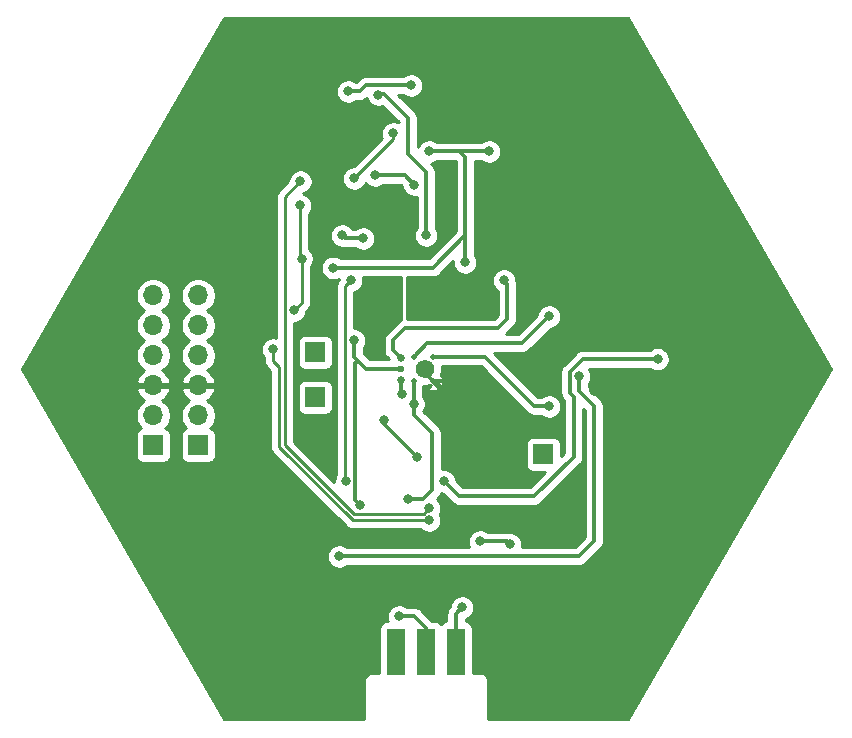
<source format=gbl>
G04 #@! TF.GenerationSoftware,KiCad,Pcbnew,(5.1.6)-1*
G04 #@! TF.CreationDate,2020-10-27T13:23:37+01:00*
G04 #@! TF.ProjectId,SoundModulev2,536f756e-644d-46f6-9475-6c6576322e6b,rev?*
G04 #@! TF.SameCoordinates,Original*
G04 #@! TF.FileFunction,Copper,L2,Bot*
G04 #@! TF.FilePolarity,Positive*
%FSLAX46Y46*%
G04 Gerber Fmt 4.6, Leading zero omitted, Abs format (unit mm)*
G04 Created by KiCad (PCBNEW (5.1.6)-1) date 2020-10-27 13:23:37*
%MOMM*%
%LPD*%
G01*
G04 APERTURE LIST*
G04 #@! TA.AperFunction,ComponentPad*
%ADD10R,1.700000X1.700000*%
G04 #@! TD*
G04 #@! TA.AperFunction,SMDPad,CuDef*
%ADD11R,1.524000X4.000000*%
G04 #@! TD*
G04 #@! TA.AperFunction,ComponentPad*
%ADD12O,1.700000X1.700000*%
G04 #@! TD*
G04 #@! TA.AperFunction,SMDPad,CuDef*
%ADD13C,0.460000*%
G04 #@! TD*
G04 #@! TA.AperFunction,ComponentPad*
%ADD14C,1.560000*%
G04 #@! TD*
G04 #@! TA.AperFunction,SMDPad,CuDef*
%ADD15C,0.600000*%
G04 #@! TD*
G04 #@! TA.AperFunction,SMDPad,CuDef*
%ADD16C,0.650000*%
G04 #@! TD*
G04 #@! TA.AperFunction,ViaPad*
%ADD17C,0.800000*%
G04 #@! TD*
G04 #@! TA.AperFunction,Conductor*
%ADD18C,0.350000*%
G04 #@! TD*
G04 #@! TA.AperFunction,Conductor*
%ADD19C,0.250000*%
G04 #@! TD*
G04 #@! TA.AperFunction,Conductor*
%ADD20C,0.254000*%
G04 #@! TD*
G04 APERTURE END LIST*
D10*
X113101120Y-76560680D03*
D11*
X119941340Y-101918520D03*
X122481340Y-101918520D03*
X125021340Y-101918520D03*
D10*
X103195120Y-84434680D03*
D12*
X103195120Y-81894680D03*
X103195120Y-79354680D03*
X103195120Y-76814680D03*
X103195120Y-74274680D03*
X103195120Y-71734680D03*
X99385120Y-71734680D03*
X99385120Y-74274680D03*
X99385120Y-76814680D03*
X99385120Y-79354680D03*
X99385120Y-81894680D03*
D10*
X99385120Y-84434680D03*
X132405120Y-85196680D03*
D13*
X123070620Y-78973680D03*
X123070620Y-76943680D03*
X121430620Y-76943680D03*
X121430620Y-78973680D03*
D14*
X122430620Y-77958680D03*
D15*
X120330620Y-77958680D03*
D16*
X120330620Y-76993680D03*
X120330620Y-78923680D03*
D10*
X113101120Y-80370680D03*
D17*
X124277120Y-81894680D03*
X122753120Y-98658680D03*
X126817120Y-84447680D03*
X118943120Y-73766680D03*
X107767120Y-68686680D03*
X108529120Y-63860680D03*
X113355120Y-60304680D03*
X114117120Y-72496680D03*
X118435120Y-75544680D03*
X116911120Y-52430680D03*
X119705120Y-52430680D03*
X125801120Y-79100680D03*
X134691120Y-92816680D03*
X113355120Y-71226680D03*
X113355120Y-66146680D03*
X145613120Y-79862680D03*
X136723120Y-79862680D03*
X121737120Y-85450680D03*
X118943120Y-82275680D03*
X120467120Y-80116686D03*
X129090120Y-70464680D03*
X125547120Y-98150680D03*
X120213120Y-98912680D03*
X120962120Y-89006680D03*
X121430620Y-80931180D03*
X127071120Y-92562680D03*
X129611120Y-92816680D03*
X122753120Y-59542680D03*
X127833120Y-59542680D03*
X125801120Y-68940680D03*
X114625120Y-69395680D03*
X116910935Y-89494713D03*
X116403120Y-75544680D03*
X115895120Y-54462680D03*
X121229140Y-53954680D03*
X116403120Y-61828680D03*
X119705120Y-58018680D03*
X116149120Y-70464680D03*
X115735936Y-87482680D03*
X122754416Y-90786303D03*
X111958120Y-68620680D03*
X111831120Y-64114680D03*
X111323120Y-73004680D03*
X109545120Y-76306680D03*
X121483120Y-62349680D03*
X118181120Y-61574680D03*
X115387120Y-66654680D03*
X117165120Y-66908680D03*
X118435120Y-54729680D03*
X122499120Y-66654680D03*
X122753120Y-89768680D03*
X111849120Y-62082680D03*
X132913120Y-81132680D03*
X132913120Y-73512680D03*
X115133120Y-93832680D03*
X135453120Y-78592680D03*
X124023120Y-87482680D03*
X142094211Y-77128466D03*
D18*
X122430620Y-78333680D02*
X123070620Y-78973680D01*
X122430620Y-77958680D02*
X122430620Y-78333680D01*
X123070620Y-78973680D02*
X125674120Y-78973680D01*
X125674120Y-78973680D02*
X125801120Y-79100680D01*
X145613120Y-79862680D02*
X136723120Y-79862680D01*
X126817120Y-84434680D02*
X126817120Y-84447680D01*
X124277120Y-81894680D02*
X126817120Y-84434680D01*
X125801120Y-80370680D02*
X124277120Y-81894680D01*
X125801120Y-79100680D02*
X125801120Y-80370680D01*
X118943120Y-82656680D02*
X118943120Y-82275680D01*
X121737120Y-85450680D02*
X118943120Y-82656680D01*
X120330620Y-79980186D02*
X120467120Y-80116686D01*
X120330620Y-78923680D02*
X120330620Y-79980186D01*
X120330620Y-76993680D02*
X119705120Y-76368180D01*
X119705120Y-76368180D02*
X119705120Y-75544680D01*
X119705120Y-75544680D02*
X120721120Y-74528680D01*
X120721120Y-74528680D02*
X128595120Y-74528680D01*
X128595120Y-74528680D02*
X129357120Y-73766680D01*
X129357120Y-73766680D02*
X129357120Y-70731680D01*
X129357120Y-70731680D02*
X129090120Y-70464680D01*
X125021340Y-101918520D02*
X125021340Y-98676460D01*
X125021340Y-98676460D02*
X125547120Y-98150680D01*
X121483120Y-98912680D02*
X120213120Y-98912680D01*
X122481340Y-101918520D02*
X122481340Y-99910900D01*
X122481340Y-99910900D02*
X121483120Y-98912680D01*
X121430620Y-81842180D02*
X123007120Y-83418680D01*
X123007120Y-83418680D02*
X123007120Y-88244680D01*
X123007120Y-88244680D02*
X122245120Y-89006680D01*
X122245120Y-89006680D02*
X120962120Y-89006680D01*
X121430620Y-80931180D02*
X121430620Y-81842180D01*
X121430620Y-78973680D02*
X121430620Y-80931180D01*
X127071120Y-92562680D02*
X129357120Y-92562680D01*
X129357120Y-92562680D02*
X129611120Y-92816680D01*
X122753120Y-59542680D02*
X125293120Y-59542680D01*
X125293120Y-59542680D02*
X127833120Y-59542680D01*
X125801120Y-68374995D02*
X125801120Y-68940680D01*
X125293120Y-59542680D02*
X125801120Y-60050680D01*
X114625120Y-69395680D02*
X123060120Y-69395680D01*
X125801120Y-60050680D02*
X125801120Y-66654680D01*
X123060120Y-69395680D02*
X125801120Y-66654680D01*
X125801120Y-66654680D02*
X125801120Y-68374995D01*
X120330620Y-77958680D02*
X117414118Y-77958680D01*
X116510936Y-89094714D02*
X116910935Y-89494713D01*
X116403120Y-75544680D02*
X116403120Y-76947682D01*
X116510936Y-77468864D02*
X116717619Y-77262181D01*
X116510936Y-89094714D02*
X116510936Y-77468864D01*
X116403120Y-76947682D02*
X116717619Y-77262181D01*
X116717619Y-77262181D02*
X117414118Y-77958680D01*
X120663455Y-53954680D02*
X121229140Y-53954680D01*
X117415124Y-53954680D02*
X120663455Y-53954680D01*
X116907124Y-54462680D02*
X117415124Y-53954680D01*
X115895120Y-54462680D02*
X116907124Y-54462680D01*
D19*
X116403120Y-61828680D02*
X119705120Y-58526680D01*
X119705120Y-58526680D02*
X119705120Y-58018680D01*
X116149120Y-70464680D02*
X115641120Y-70972680D01*
X115641120Y-70972680D02*
X115641120Y-87736680D01*
X115641120Y-87736680D02*
X115641120Y-87577496D01*
X115641120Y-87577496D02*
X115735936Y-87482680D01*
X122754416Y-90786303D02*
X116276333Y-90786303D01*
X110053120Y-84563090D02*
X110053120Y-77830680D01*
X116276333Y-90786303D02*
X110053120Y-84563090D01*
X111831120Y-68493680D02*
X111958120Y-68620680D01*
X111831120Y-64114680D02*
X111831120Y-68493680D01*
X111958120Y-68620680D02*
X111958120Y-72369680D01*
X111958120Y-72369680D02*
X111323120Y-73004680D01*
X109545120Y-77322680D02*
X110053120Y-77830680D01*
X109545120Y-76306680D02*
X109545120Y-77322680D01*
D18*
X121483120Y-62349680D02*
X120708120Y-61574680D01*
X120708120Y-61574680D02*
X118181120Y-61574680D01*
X115641120Y-66908680D02*
X117165120Y-66908680D01*
X115387120Y-66654680D02*
X115641120Y-66908680D01*
X118435120Y-54729680D02*
X118448120Y-54716680D01*
X118448120Y-54716680D02*
X118943120Y-54716680D01*
X120975120Y-56748680D02*
X120975120Y-59796680D01*
X118943120Y-54716680D02*
X120975120Y-56748680D01*
X120975120Y-59796680D02*
X122499120Y-61320680D01*
X122499120Y-61320680D02*
X122499120Y-66654680D01*
D19*
X116346154Y-90219714D02*
X110561120Y-84434680D01*
X110561120Y-63370680D02*
X111849120Y-62082680D01*
X122753120Y-89768680D02*
X122302086Y-90219714D01*
X110561120Y-84434680D02*
X110561120Y-63370680D01*
X122302086Y-90219714D02*
X116346154Y-90219714D01*
D18*
X131643120Y-81132680D02*
X127454120Y-76943680D01*
X132913120Y-81132680D02*
X131643120Y-81132680D01*
X123070620Y-76943680D02*
X127454120Y-76943680D01*
X121430620Y-76943680D02*
X122575620Y-75798680D01*
X130627120Y-75798680D02*
X122575620Y-75798680D01*
X132913120Y-73512680D02*
X130627120Y-75798680D01*
X115133120Y-93832680D02*
X135453120Y-93832680D01*
X135453120Y-93832680D02*
X136723120Y-92562680D01*
X136723120Y-92562680D02*
X136723120Y-87482680D01*
X136723120Y-87482680D02*
X136723120Y-81132680D01*
X136723120Y-81132680D02*
X135453120Y-79862680D01*
X135453120Y-79862680D02*
X135453120Y-78592680D01*
X124023120Y-87482680D02*
X125293120Y-88752680D01*
X125293120Y-88752680D02*
X129103120Y-88752680D01*
X131643120Y-88752680D02*
X135003110Y-85392690D01*
X129103120Y-88752680D02*
X131643120Y-88752680D01*
X134678119Y-79987699D02*
X135003110Y-80312690D01*
X134678119Y-78220679D02*
X134678119Y-79987699D01*
X135770332Y-77128466D02*
X134678119Y-78220679D01*
X142094211Y-77128466D02*
X135770332Y-77128466D01*
X135003110Y-85392690D02*
X135003110Y-80312690D01*
D20*
G36*
X156737896Y-77941800D02*
G01*
X139618951Y-107592500D01*
X127731120Y-107592500D01*
X127731120Y-104369099D01*
X127734313Y-104336680D01*
X127721570Y-104207297D01*
X127683830Y-104082887D01*
X127622545Y-103968230D01*
X127540068Y-103867732D01*
X127439570Y-103785255D01*
X127324913Y-103723970D01*
X127200503Y-103686230D01*
X127103539Y-103676680D01*
X127071120Y-103673487D01*
X127038701Y-103676680D01*
X126421412Y-103676680D01*
X126421412Y-99918520D01*
X126409152Y-99794038D01*
X126372842Y-99674340D01*
X126313877Y-99564026D01*
X126234525Y-99467335D01*
X126137834Y-99387983D01*
X126027520Y-99329018D01*
X125907822Y-99292708D01*
X125831340Y-99285175D01*
X125831340Y-99149422D01*
X125849018Y-99145906D01*
X126037376Y-99067885D01*
X126206894Y-98954617D01*
X126351057Y-98810454D01*
X126464325Y-98640936D01*
X126542346Y-98452578D01*
X126582120Y-98252619D01*
X126582120Y-98048741D01*
X126542346Y-97848782D01*
X126464325Y-97660424D01*
X126351057Y-97490906D01*
X126206894Y-97346743D01*
X126037376Y-97233475D01*
X125849018Y-97155454D01*
X125649059Y-97115680D01*
X125445181Y-97115680D01*
X125245222Y-97155454D01*
X125056864Y-97233475D01*
X124887346Y-97346743D01*
X124743183Y-97490906D01*
X124629915Y-97660424D01*
X124551894Y-97848782D01*
X124514249Y-98038039D01*
X124476723Y-98075565D01*
X124445813Y-98100932D01*
X124420448Y-98131840D01*
X124344591Y-98224271D01*
X124269378Y-98364987D01*
X124239903Y-98462154D01*
X124223061Y-98517673D01*
X124207421Y-98676460D01*
X124211341Y-98716258D01*
X124211341Y-99285175D01*
X124134858Y-99292708D01*
X124015160Y-99329018D01*
X123904846Y-99387983D01*
X123808155Y-99467335D01*
X123751340Y-99536564D01*
X123694525Y-99467335D01*
X123597834Y-99387983D01*
X123487520Y-99329018D01*
X123367822Y-99292708D01*
X123243340Y-99280448D01*
X122996401Y-99280448D01*
X122084019Y-98368067D01*
X122058648Y-98337152D01*
X121935309Y-98235931D01*
X121794593Y-98160717D01*
X121641908Y-98114400D01*
X121522911Y-98102680D01*
X121522908Y-98102680D01*
X121483120Y-98098761D01*
X121443332Y-98102680D01*
X120863820Y-98102680D01*
X120703376Y-97995475D01*
X120515018Y-97917454D01*
X120315059Y-97877680D01*
X120111181Y-97877680D01*
X119911222Y-97917454D01*
X119722864Y-97995475D01*
X119553346Y-98108743D01*
X119409183Y-98252906D01*
X119295915Y-98422424D01*
X119217894Y-98610782D01*
X119178120Y-98810741D01*
X119178120Y-99014619D01*
X119217894Y-99214578D01*
X119245178Y-99280448D01*
X119179340Y-99280448D01*
X119054858Y-99292708D01*
X118935160Y-99329018D01*
X118824846Y-99387983D01*
X118728155Y-99467335D01*
X118648803Y-99564026D01*
X118589838Y-99674340D01*
X118553528Y-99794038D01*
X118541268Y-99918520D01*
X118541268Y-103676680D01*
X117959539Y-103676680D01*
X117927120Y-103673487D01*
X117894701Y-103676680D01*
X117797737Y-103686230D01*
X117673327Y-103723970D01*
X117558670Y-103785255D01*
X117458172Y-103867732D01*
X117375695Y-103968230D01*
X117314410Y-104082887D01*
X117276670Y-104207297D01*
X117263927Y-104336680D01*
X117267121Y-104369109D01*
X117267120Y-107592500D01*
X105381050Y-107592500D01*
X91520042Y-83584680D01*
X97897048Y-83584680D01*
X97897048Y-85284680D01*
X97909308Y-85409162D01*
X97945618Y-85528860D01*
X98004583Y-85639174D01*
X98083935Y-85735865D01*
X98180626Y-85815217D01*
X98290940Y-85874182D01*
X98410638Y-85910492D01*
X98535120Y-85922752D01*
X100235120Y-85922752D01*
X100359602Y-85910492D01*
X100479300Y-85874182D01*
X100589614Y-85815217D01*
X100686305Y-85735865D01*
X100765657Y-85639174D01*
X100824622Y-85528860D01*
X100860932Y-85409162D01*
X100873192Y-85284680D01*
X100873192Y-83584680D01*
X101707048Y-83584680D01*
X101707048Y-85284680D01*
X101719308Y-85409162D01*
X101755618Y-85528860D01*
X101814583Y-85639174D01*
X101893935Y-85735865D01*
X101990626Y-85815217D01*
X102100940Y-85874182D01*
X102220638Y-85910492D01*
X102345120Y-85922752D01*
X104045120Y-85922752D01*
X104169602Y-85910492D01*
X104289300Y-85874182D01*
X104399614Y-85815217D01*
X104496305Y-85735865D01*
X104575657Y-85639174D01*
X104634622Y-85528860D01*
X104670932Y-85409162D01*
X104683192Y-85284680D01*
X104683192Y-83584680D01*
X104670932Y-83460198D01*
X104634622Y-83340500D01*
X104575657Y-83230186D01*
X104496305Y-83133495D01*
X104399614Y-83054143D01*
X104289300Y-82995178D01*
X104216740Y-82973167D01*
X104348595Y-82841312D01*
X104511110Y-82598091D01*
X104623052Y-82327838D01*
X104680120Y-82040940D01*
X104680120Y-81748420D01*
X104623052Y-81461522D01*
X104511110Y-81191269D01*
X104348595Y-80948048D01*
X104141752Y-80741205D01*
X103959586Y-80619485D01*
X104076475Y-80549858D01*
X104292708Y-80354949D01*
X104466761Y-80121600D01*
X104591945Y-79858779D01*
X104636596Y-79711570D01*
X104515275Y-79481680D01*
X103322120Y-79481680D01*
X103322120Y-79501680D01*
X103068120Y-79501680D01*
X103068120Y-79481680D01*
X101874965Y-79481680D01*
X101753644Y-79711570D01*
X101798295Y-79858779D01*
X101923479Y-80121600D01*
X102097532Y-80354949D01*
X102313765Y-80549858D01*
X102430654Y-80619485D01*
X102248488Y-80741205D01*
X102041645Y-80948048D01*
X101879130Y-81191269D01*
X101767188Y-81461522D01*
X101710120Y-81748420D01*
X101710120Y-82040940D01*
X101767188Y-82327838D01*
X101879130Y-82598091D01*
X102041645Y-82841312D01*
X102173500Y-82973167D01*
X102100940Y-82995178D01*
X101990626Y-83054143D01*
X101893935Y-83133495D01*
X101814583Y-83230186D01*
X101755618Y-83340500D01*
X101719308Y-83460198D01*
X101707048Y-83584680D01*
X100873192Y-83584680D01*
X100860932Y-83460198D01*
X100824622Y-83340500D01*
X100765657Y-83230186D01*
X100686305Y-83133495D01*
X100589614Y-83054143D01*
X100479300Y-82995178D01*
X100406740Y-82973167D01*
X100538595Y-82841312D01*
X100701110Y-82598091D01*
X100813052Y-82327838D01*
X100870120Y-82040940D01*
X100870120Y-81748420D01*
X100813052Y-81461522D01*
X100701110Y-81191269D01*
X100538595Y-80948048D01*
X100331752Y-80741205D01*
X100149586Y-80619485D01*
X100266475Y-80549858D01*
X100482708Y-80354949D01*
X100656761Y-80121600D01*
X100781945Y-79858779D01*
X100826596Y-79711570D01*
X100705275Y-79481680D01*
X99512120Y-79481680D01*
X99512120Y-79501680D01*
X99258120Y-79501680D01*
X99258120Y-79481680D01*
X98064965Y-79481680D01*
X97943644Y-79711570D01*
X97988295Y-79858779D01*
X98113479Y-80121600D01*
X98287532Y-80354949D01*
X98503765Y-80549858D01*
X98620654Y-80619485D01*
X98438488Y-80741205D01*
X98231645Y-80948048D01*
X98069130Y-81191269D01*
X97957188Y-81461522D01*
X97900120Y-81748420D01*
X97900120Y-82040940D01*
X97957188Y-82327838D01*
X98069130Y-82598091D01*
X98231645Y-82841312D01*
X98363500Y-82973167D01*
X98290940Y-82995178D01*
X98180626Y-83054143D01*
X98083935Y-83133495D01*
X98004583Y-83230186D01*
X97945618Y-83340500D01*
X97909308Y-83460198D01*
X97897048Y-83584680D01*
X91520042Y-83584680D01*
X88262103Y-77941800D01*
X91930251Y-71588420D01*
X97900120Y-71588420D01*
X97900120Y-71880940D01*
X97957188Y-72167838D01*
X98069130Y-72438091D01*
X98231645Y-72681312D01*
X98438488Y-72888155D01*
X98612880Y-73004680D01*
X98438488Y-73121205D01*
X98231645Y-73328048D01*
X98069130Y-73571269D01*
X97957188Y-73841522D01*
X97900120Y-74128420D01*
X97900120Y-74420940D01*
X97957188Y-74707838D01*
X98069130Y-74978091D01*
X98231645Y-75221312D01*
X98438488Y-75428155D01*
X98612880Y-75544680D01*
X98438488Y-75661205D01*
X98231645Y-75868048D01*
X98069130Y-76111269D01*
X97957188Y-76381522D01*
X97900120Y-76668420D01*
X97900120Y-76960940D01*
X97957188Y-77247838D01*
X98069130Y-77518091D01*
X98231645Y-77761312D01*
X98438488Y-77968155D01*
X98620654Y-78089875D01*
X98503765Y-78159502D01*
X98287532Y-78354411D01*
X98113479Y-78587760D01*
X97988295Y-78850581D01*
X97943644Y-78997790D01*
X98064965Y-79227680D01*
X99258120Y-79227680D01*
X99258120Y-79207680D01*
X99512120Y-79207680D01*
X99512120Y-79227680D01*
X100705275Y-79227680D01*
X100826596Y-78997790D01*
X100781945Y-78850581D01*
X100656761Y-78587760D01*
X100482708Y-78354411D01*
X100266475Y-78159502D01*
X100149586Y-78089875D01*
X100331752Y-77968155D01*
X100538595Y-77761312D01*
X100701110Y-77518091D01*
X100813052Y-77247838D01*
X100870120Y-76960940D01*
X100870120Y-76668420D01*
X100813052Y-76381522D01*
X100701110Y-76111269D01*
X100538595Y-75868048D01*
X100331752Y-75661205D01*
X100157360Y-75544680D01*
X100331752Y-75428155D01*
X100538595Y-75221312D01*
X100701110Y-74978091D01*
X100813052Y-74707838D01*
X100870120Y-74420940D01*
X100870120Y-74128420D01*
X100813052Y-73841522D01*
X100701110Y-73571269D01*
X100538595Y-73328048D01*
X100331752Y-73121205D01*
X100157360Y-73004680D01*
X100331752Y-72888155D01*
X100538595Y-72681312D01*
X100701110Y-72438091D01*
X100813052Y-72167838D01*
X100870120Y-71880940D01*
X100870120Y-71588420D01*
X101710120Y-71588420D01*
X101710120Y-71880940D01*
X101767188Y-72167838D01*
X101879130Y-72438091D01*
X102041645Y-72681312D01*
X102248488Y-72888155D01*
X102422880Y-73004680D01*
X102248488Y-73121205D01*
X102041645Y-73328048D01*
X101879130Y-73571269D01*
X101767188Y-73841522D01*
X101710120Y-74128420D01*
X101710120Y-74420940D01*
X101767188Y-74707838D01*
X101879130Y-74978091D01*
X102041645Y-75221312D01*
X102248488Y-75428155D01*
X102422880Y-75544680D01*
X102248488Y-75661205D01*
X102041645Y-75868048D01*
X101879130Y-76111269D01*
X101767188Y-76381522D01*
X101710120Y-76668420D01*
X101710120Y-76960940D01*
X101767188Y-77247838D01*
X101879130Y-77518091D01*
X102041645Y-77761312D01*
X102248488Y-77968155D01*
X102430654Y-78089875D01*
X102313765Y-78159502D01*
X102097532Y-78354411D01*
X101923479Y-78587760D01*
X101798295Y-78850581D01*
X101753644Y-78997790D01*
X101874965Y-79227680D01*
X103068120Y-79227680D01*
X103068120Y-79207680D01*
X103322120Y-79207680D01*
X103322120Y-79227680D01*
X104515275Y-79227680D01*
X104636596Y-78997790D01*
X104591945Y-78850581D01*
X104466761Y-78587760D01*
X104292708Y-78354411D01*
X104076475Y-78159502D01*
X103959586Y-78089875D01*
X104141752Y-77968155D01*
X104348595Y-77761312D01*
X104511110Y-77518091D01*
X104623052Y-77247838D01*
X104680120Y-76960940D01*
X104680120Y-76668420D01*
X104623052Y-76381522D01*
X104549828Y-76204741D01*
X108510120Y-76204741D01*
X108510120Y-76408619D01*
X108549894Y-76608578D01*
X108627915Y-76796936D01*
X108741183Y-76966454D01*
X108785121Y-77010392D01*
X108785121Y-77285348D01*
X108781444Y-77322680D01*
X108785121Y-77360013D01*
X108796118Y-77471666D01*
X108806682Y-77506490D01*
X108839574Y-77614926D01*
X108910146Y-77746956D01*
X108981321Y-77833682D01*
X109005120Y-77862681D01*
X109034118Y-77886479D01*
X109293121Y-78145483D01*
X109293120Y-84525767D01*
X109289444Y-84563090D01*
X109293120Y-84600412D01*
X109293120Y-84600422D01*
X109304117Y-84712075D01*
X109335995Y-84817163D01*
X109347574Y-84855336D01*
X109418146Y-84987366D01*
X109457991Y-85035916D01*
X109513119Y-85103091D01*
X109542123Y-85126894D01*
X115712534Y-91297306D01*
X115736332Y-91326304D01*
X115852057Y-91421277D01*
X115984086Y-91491849D01*
X116127347Y-91535306D01*
X116239000Y-91546303D01*
X116239009Y-91546303D01*
X116276332Y-91549979D01*
X116313655Y-91546303D01*
X122050705Y-91546303D01*
X122094642Y-91590240D01*
X122264160Y-91703508D01*
X122452518Y-91781529D01*
X122652477Y-91821303D01*
X122856355Y-91821303D01*
X123056314Y-91781529D01*
X123244672Y-91703508D01*
X123414190Y-91590240D01*
X123558353Y-91446077D01*
X123671621Y-91276559D01*
X123749642Y-91088201D01*
X123789416Y-90888242D01*
X123789416Y-90684364D01*
X123749642Y-90484405D01*
X123671621Y-90296047D01*
X123658575Y-90276522D01*
X123670325Y-90258936D01*
X123748346Y-90070578D01*
X123788120Y-89870619D01*
X123788120Y-89666741D01*
X123748346Y-89466782D01*
X123670325Y-89278424D01*
X123557057Y-89108906D01*
X123422732Y-88974581D01*
X123551738Y-88845575D01*
X123582648Y-88820208D01*
X123683869Y-88696869D01*
X123759083Y-88556153D01*
X123779314Y-88489461D01*
X123910479Y-88515551D01*
X124692225Y-89297298D01*
X124717592Y-89328208D01*
X124785330Y-89383799D01*
X124840930Y-89429429D01*
X124897590Y-89459714D01*
X124981647Y-89504643D01*
X125134332Y-89550960D01*
X125253329Y-89562680D01*
X125253331Y-89562680D01*
X125293119Y-89566599D01*
X125332907Y-89562680D01*
X131603332Y-89562680D01*
X131643120Y-89566599D01*
X131682908Y-89562680D01*
X131682911Y-89562680D01*
X131801908Y-89550960D01*
X131954593Y-89504643D01*
X132095309Y-89429429D01*
X132218648Y-89328208D01*
X132244020Y-89297292D01*
X135547729Y-85993584D01*
X135578638Y-85968218D01*
X135679859Y-85844879D01*
X135755073Y-85704163D01*
X135801390Y-85551478D01*
X135813110Y-85432481D01*
X135813110Y-85432479D01*
X135817029Y-85392691D01*
X135813110Y-85352903D01*
X135813110Y-81368183D01*
X135913121Y-81468194D01*
X135913120Y-87522470D01*
X135913121Y-87522480D01*
X135913120Y-92227167D01*
X135117608Y-93022680D01*
X130625421Y-93022680D01*
X130646120Y-92918619D01*
X130646120Y-92714741D01*
X130606346Y-92514782D01*
X130528325Y-92326424D01*
X130415057Y-92156906D01*
X130270894Y-92012743D01*
X130101376Y-91899475D01*
X129913018Y-91821454D01*
X129713059Y-91781680D01*
X129572872Y-91781680D01*
X129515908Y-91764400D01*
X129396911Y-91752680D01*
X129396908Y-91752680D01*
X129357120Y-91748761D01*
X129317332Y-91752680D01*
X127721820Y-91752680D01*
X127561376Y-91645475D01*
X127373018Y-91567454D01*
X127173059Y-91527680D01*
X126969181Y-91527680D01*
X126769222Y-91567454D01*
X126580864Y-91645475D01*
X126411346Y-91758743D01*
X126267183Y-91902906D01*
X126153915Y-92072424D01*
X126075894Y-92260782D01*
X126036120Y-92460741D01*
X126036120Y-92664619D01*
X126075894Y-92864578D01*
X126141382Y-93022680D01*
X115783820Y-93022680D01*
X115623376Y-92915475D01*
X115435018Y-92837454D01*
X115235059Y-92797680D01*
X115031181Y-92797680D01*
X114831222Y-92837454D01*
X114642864Y-92915475D01*
X114473346Y-93028743D01*
X114329183Y-93172906D01*
X114215915Y-93342424D01*
X114137894Y-93530782D01*
X114098120Y-93730741D01*
X114098120Y-93934619D01*
X114137894Y-94134578D01*
X114215915Y-94322936D01*
X114329183Y-94492454D01*
X114473346Y-94636617D01*
X114642864Y-94749885D01*
X114831222Y-94827906D01*
X115031181Y-94867680D01*
X115235059Y-94867680D01*
X115435018Y-94827906D01*
X115623376Y-94749885D01*
X115783820Y-94642680D01*
X135413332Y-94642680D01*
X135453120Y-94646599D01*
X135492908Y-94642680D01*
X135492911Y-94642680D01*
X135611908Y-94630960D01*
X135764593Y-94584643D01*
X135905309Y-94509429D01*
X136028648Y-94408208D01*
X136054019Y-94377293D01*
X137267739Y-93163574D01*
X137298648Y-93138208D01*
X137354239Y-93070470D01*
X137399869Y-93014870D01*
X137440071Y-92939656D01*
X137475083Y-92874153D01*
X137521400Y-92721468D01*
X137533120Y-92602471D01*
X137533120Y-92602469D01*
X137537039Y-92562681D01*
X137533120Y-92522893D01*
X137533120Y-81172467D01*
X137537039Y-81132679D01*
X137526999Y-81030741D01*
X137521400Y-80973892D01*
X137475083Y-80821207D01*
X137432321Y-80741205D01*
X137399869Y-80680490D01*
X137324013Y-80588060D01*
X137298648Y-80557152D01*
X137267738Y-80531785D01*
X136263120Y-79527168D01*
X136263120Y-79243380D01*
X136370325Y-79082936D01*
X136448346Y-78894578D01*
X136488120Y-78694619D01*
X136488120Y-78490741D01*
X136448346Y-78290782D01*
X136370325Y-78102424D01*
X136260772Y-77938466D01*
X141443511Y-77938466D01*
X141603955Y-78045671D01*
X141792313Y-78123692D01*
X141992272Y-78163466D01*
X142196150Y-78163466D01*
X142396109Y-78123692D01*
X142584467Y-78045671D01*
X142753985Y-77932403D01*
X142898148Y-77788240D01*
X143011416Y-77618722D01*
X143089437Y-77430364D01*
X143129211Y-77230405D01*
X143129211Y-77026527D01*
X143089437Y-76826568D01*
X143011416Y-76638210D01*
X142898148Y-76468692D01*
X142753985Y-76324529D01*
X142584467Y-76211261D01*
X142396109Y-76133240D01*
X142196150Y-76093466D01*
X141992272Y-76093466D01*
X141792313Y-76133240D01*
X141603955Y-76211261D01*
X141443511Y-76318466D01*
X135810119Y-76318466D01*
X135770331Y-76314547D01*
X135730543Y-76318466D01*
X135730541Y-76318466D01*
X135611544Y-76330186D01*
X135458859Y-76376503D01*
X135318143Y-76451717D01*
X135194804Y-76552938D01*
X135169437Y-76583848D01*
X134133506Y-77619780D01*
X134102591Y-77645151D01*
X134034089Y-77728622D01*
X134001370Y-77768490D01*
X133968130Y-77830679D01*
X133926156Y-77909207D01*
X133879839Y-78061892D01*
X133868660Y-78175400D01*
X133864200Y-78220679D01*
X133868119Y-78260468D01*
X133868120Y-79947901D01*
X133864200Y-79987699D01*
X133877389Y-80121600D01*
X133879840Y-80146487D01*
X133889769Y-80179217D01*
X133926157Y-80299172D01*
X134001370Y-80439888D01*
X134056971Y-80507638D01*
X134102592Y-80563227D01*
X134133502Y-80588594D01*
X134193111Y-80648203D01*
X134193110Y-85057177D01*
X133893192Y-85357095D01*
X133893192Y-84346680D01*
X133880932Y-84222198D01*
X133844622Y-84102500D01*
X133785657Y-83992186D01*
X133706305Y-83895495D01*
X133609614Y-83816143D01*
X133499300Y-83757178D01*
X133379602Y-83720868D01*
X133255120Y-83708608D01*
X131555120Y-83708608D01*
X131430638Y-83720868D01*
X131310940Y-83757178D01*
X131200626Y-83816143D01*
X131103935Y-83895495D01*
X131024583Y-83992186D01*
X130965618Y-84102500D01*
X130929308Y-84222198D01*
X130917048Y-84346680D01*
X130917048Y-86046680D01*
X130929308Y-86171162D01*
X130965618Y-86290860D01*
X131024583Y-86401174D01*
X131103935Y-86497865D01*
X131200626Y-86577217D01*
X131310940Y-86636182D01*
X131430638Y-86672492D01*
X131555120Y-86684752D01*
X132565536Y-86684752D01*
X131307608Y-87942680D01*
X125628633Y-87942680D01*
X125055991Y-87370039D01*
X125018346Y-87180782D01*
X124940325Y-86992424D01*
X124827057Y-86822906D01*
X124682894Y-86678743D01*
X124513376Y-86565475D01*
X124325018Y-86487454D01*
X124125059Y-86447680D01*
X123921181Y-86447680D01*
X123817120Y-86468379D01*
X123817120Y-83458468D01*
X123821039Y-83418680D01*
X123813339Y-83340500D01*
X123805400Y-83259892D01*
X123769863Y-83142743D01*
X123759083Y-83107206D01*
X123683869Y-82966491D01*
X123677613Y-82958868D01*
X123582648Y-82843152D01*
X123551739Y-82817786D01*
X122270746Y-81536794D01*
X122347825Y-81421436D01*
X122425846Y-81233078D01*
X122465620Y-81033119D01*
X122465620Y-80829241D01*
X122425846Y-80629282D01*
X122347825Y-80440924D01*
X122240620Y-80280480D01*
X122240620Y-79366183D01*
X122296488Y-79368867D01*
X122296553Y-79369033D01*
X122311847Y-79397646D01*
X122500742Y-79397894D01*
X122523057Y-79375579D01*
X122777592Y-79337540D01*
X122894339Y-79295625D01*
X122646406Y-79543558D01*
X122646654Y-79732453D01*
X122802829Y-79800586D01*
X122969296Y-79836940D01*
X123139656Y-79840121D01*
X123307364Y-79810003D01*
X123465973Y-79747747D01*
X123494586Y-79732453D01*
X123494834Y-79543558D01*
X123140744Y-79189468D01*
X123160275Y-79179029D01*
X123218380Y-78975776D01*
X123640498Y-79397894D01*
X123829393Y-79397646D01*
X123897526Y-79241471D01*
X123933880Y-79075004D01*
X123937061Y-78904644D01*
X123906943Y-78736936D01*
X123844687Y-78578327D01*
X123829393Y-78549714D01*
X123716418Y-78549566D01*
X123753976Y-78469932D01*
X123774596Y-78449312D01*
X123767193Y-78441909D01*
X123769868Y-78436237D01*
X123837301Y-78165786D01*
X123850677Y-77887377D01*
X123830697Y-77753680D01*
X127118608Y-77753680D01*
X131042225Y-81677298D01*
X131067592Y-81708208D01*
X131116591Y-81748420D01*
X131190931Y-81809429D01*
X131331646Y-81884643D01*
X131367183Y-81895423D01*
X131484332Y-81930960D01*
X131603329Y-81942680D01*
X131603332Y-81942680D01*
X131643120Y-81946599D01*
X131682908Y-81942680D01*
X132262420Y-81942680D01*
X132422864Y-82049885D01*
X132611222Y-82127906D01*
X132811181Y-82167680D01*
X133015059Y-82167680D01*
X133215018Y-82127906D01*
X133403376Y-82049885D01*
X133572894Y-81936617D01*
X133717057Y-81792454D01*
X133830325Y-81622936D01*
X133908346Y-81434578D01*
X133948120Y-81234619D01*
X133948120Y-81030741D01*
X133908346Y-80830782D01*
X133830325Y-80642424D01*
X133717057Y-80472906D01*
X133572894Y-80328743D01*
X133403376Y-80215475D01*
X133215018Y-80137454D01*
X133015059Y-80097680D01*
X132811181Y-80097680D01*
X132611222Y-80137454D01*
X132422864Y-80215475D01*
X132262420Y-80322680D01*
X131978633Y-80322680D01*
X128264632Y-76608680D01*
X130587332Y-76608680D01*
X130627120Y-76612599D01*
X130666908Y-76608680D01*
X130666911Y-76608680D01*
X130785908Y-76596960D01*
X130938593Y-76550643D01*
X131079309Y-76475429D01*
X131202648Y-76374208D01*
X131228019Y-76343293D01*
X133025762Y-74545551D01*
X133215018Y-74507906D01*
X133403376Y-74429885D01*
X133572894Y-74316617D01*
X133717057Y-74172454D01*
X133830325Y-74002936D01*
X133908346Y-73814578D01*
X133948120Y-73614619D01*
X133948120Y-73410741D01*
X133908346Y-73210782D01*
X133830325Y-73022424D01*
X133717057Y-72852906D01*
X133572894Y-72708743D01*
X133403376Y-72595475D01*
X133215018Y-72517454D01*
X133015059Y-72477680D01*
X132811181Y-72477680D01*
X132611222Y-72517454D01*
X132422864Y-72595475D01*
X132253346Y-72708743D01*
X132109183Y-72852906D01*
X131995915Y-73022424D01*
X131917894Y-73210782D01*
X131880249Y-73400038D01*
X130291608Y-74988680D01*
X129280632Y-74988680D01*
X129901739Y-74367574D01*
X129932648Y-74342208D01*
X130033869Y-74218869D01*
X130109083Y-74078153D01*
X130155400Y-73925468D01*
X130167120Y-73806471D01*
X130167120Y-73806468D01*
X130171039Y-73766680D01*
X130167120Y-73726892D01*
X130167120Y-70771467D01*
X130171039Y-70731679D01*
X130165992Y-70680434D01*
X130155400Y-70572892D01*
X130125120Y-70473073D01*
X130125120Y-70362741D01*
X130085346Y-70162782D01*
X130007325Y-69974424D01*
X129894057Y-69804906D01*
X129749894Y-69660743D01*
X129580376Y-69547475D01*
X129392018Y-69469454D01*
X129192059Y-69429680D01*
X128988181Y-69429680D01*
X128788222Y-69469454D01*
X128599864Y-69547475D01*
X128430346Y-69660743D01*
X128286183Y-69804906D01*
X128172915Y-69974424D01*
X128094894Y-70162782D01*
X128055120Y-70362741D01*
X128055120Y-70566619D01*
X128094894Y-70766578D01*
X128172915Y-70954936D01*
X128286183Y-71124454D01*
X128430346Y-71268617D01*
X128547121Y-71346643D01*
X128547120Y-73431167D01*
X128259608Y-73718680D01*
X120848120Y-73718680D01*
X120848120Y-70205680D01*
X123020332Y-70205680D01*
X123060120Y-70209599D01*
X123099908Y-70205680D01*
X123099911Y-70205680D01*
X123218908Y-70193960D01*
X123371593Y-70147643D01*
X123512309Y-70072429D01*
X123635648Y-69971208D01*
X123661020Y-69940293D01*
X124767001Y-68834311D01*
X124766120Y-68838741D01*
X124766120Y-69042619D01*
X124805894Y-69242578D01*
X124883915Y-69430936D01*
X124997183Y-69600454D01*
X125141346Y-69744617D01*
X125310864Y-69857885D01*
X125499222Y-69935906D01*
X125699181Y-69975680D01*
X125903059Y-69975680D01*
X126103018Y-69935906D01*
X126291376Y-69857885D01*
X126460894Y-69744617D01*
X126605057Y-69600454D01*
X126718325Y-69430936D01*
X126796346Y-69242578D01*
X126836120Y-69042619D01*
X126836120Y-68838741D01*
X126796346Y-68638782D01*
X126718325Y-68450424D01*
X126611120Y-68289980D01*
X126611120Y-66694469D01*
X126615039Y-66654681D01*
X126611120Y-66614889D01*
X126611120Y-60352680D01*
X127182420Y-60352680D01*
X127342864Y-60459885D01*
X127531222Y-60537906D01*
X127731181Y-60577680D01*
X127935059Y-60577680D01*
X128135018Y-60537906D01*
X128323376Y-60459885D01*
X128492894Y-60346617D01*
X128637057Y-60202454D01*
X128750325Y-60032936D01*
X128828346Y-59844578D01*
X128868120Y-59644619D01*
X128868120Y-59440741D01*
X128828346Y-59240782D01*
X128750325Y-59052424D01*
X128637057Y-58882906D01*
X128492894Y-58738743D01*
X128323376Y-58625475D01*
X128135018Y-58547454D01*
X127935059Y-58507680D01*
X127731181Y-58507680D01*
X127531222Y-58547454D01*
X127342864Y-58625475D01*
X127182420Y-58732680D01*
X125332908Y-58732680D01*
X125293120Y-58728761D01*
X125253332Y-58732680D01*
X123403820Y-58732680D01*
X123243376Y-58625475D01*
X123055018Y-58547454D01*
X122855059Y-58507680D01*
X122651181Y-58507680D01*
X122451222Y-58547454D01*
X122262864Y-58625475D01*
X122093346Y-58738743D01*
X121949183Y-58882906D01*
X121835915Y-59052424D01*
X121785120Y-59175053D01*
X121785120Y-56788468D01*
X121789039Y-56748680D01*
X121785120Y-56708889D01*
X121773400Y-56589892D01*
X121727083Y-56437207D01*
X121651870Y-56296492D01*
X121651869Y-56296490D01*
X121576013Y-56204060D01*
X121550648Y-56173152D01*
X121519739Y-56147786D01*
X120136632Y-54764680D01*
X120578440Y-54764680D01*
X120738884Y-54871885D01*
X120927242Y-54949906D01*
X121127201Y-54989680D01*
X121331079Y-54989680D01*
X121531038Y-54949906D01*
X121719396Y-54871885D01*
X121888914Y-54758617D01*
X122033077Y-54614454D01*
X122146345Y-54444936D01*
X122224366Y-54256578D01*
X122264140Y-54056619D01*
X122264140Y-53852741D01*
X122224366Y-53652782D01*
X122146345Y-53464424D01*
X122033077Y-53294906D01*
X121888914Y-53150743D01*
X121719396Y-53037475D01*
X121531038Y-52959454D01*
X121331079Y-52919680D01*
X121127201Y-52919680D01*
X120927242Y-52959454D01*
X120738884Y-53037475D01*
X120578440Y-53144680D01*
X117454911Y-53144680D01*
X117415123Y-53140761D01*
X117375335Y-53144680D01*
X117375333Y-53144680D01*
X117256336Y-53156400D01*
X117103651Y-53202717D01*
X116962935Y-53277931D01*
X116839596Y-53379152D01*
X116814224Y-53410068D01*
X116571612Y-53652680D01*
X116545820Y-53652680D01*
X116385376Y-53545475D01*
X116197018Y-53467454D01*
X115997059Y-53427680D01*
X115793181Y-53427680D01*
X115593222Y-53467454D01*
X115404864Y-53545475D01*
X115235346Y-53658743D01*
X115091183Y-53802906D01*
X114977915Y-53972424D01*
X114899894Y-54160782D01*
X114860120Y-54360741D01*
X114860120Y-54564619D01*
X114899894Y-54764578D01*
X114977915Y-54952936D01*
X115091183Y-55122454D01*
X115235346Y-55266617D01*
X115404864Y-55379885D01*
X115593222Y-55457906D01*
X115793181Y-55497680D01*
X115997059Y-55497680D01*
X116197018Y-55457906D01*
X116385376Y-55379885D01*
X116545820Y-55272680D01*
X116867336Y-55272680D01*
X116907124Y-55276599D01*
X116946912Y-55272680D01*
X116946915Y-55272680D01*
X117065912Y-55260960D01*
X117218597Y-55214643D01*
X117359313Y-55139429D01*
X117452791Y-55062714D01*
X117517915Y-55219936D01*
X117631183Y-55389454D01*
X117775346Y-55533617D01*
X117944864Y-55646885D01*
X118133222Y-55724906D01*
X118333181Y-55764680D01*
X118537059Y-55764680D01*
X118737018Y-55724906D01*
X118785678Y-55704750D01*
X120165120Y-57084193D01*
X120165120Y-57088943D01*
X120007018Y-57023454D01*
X119807059Y-56983680D01*
X119603181Y-56983680D01*
X119403222Y-57023454D01*
X119214864Y-57101475D01*
X119045346Y-57214743D01*
X118901183Y-57358906D01*
X118787915Y-57528424D01*
X118709894Y-57716782D01*
X118670120Y-57916741D01*
X118670120Y-58120619D01*
X118709894Y-58320578D01*
X118746953Y-58410045D01*
X116363319Y-60793680D01*
X116301181Y-60793680D01*
X116101222Y-60833454D01*
X115912864Y-60911475D01*
X115743346Y-61024743D01*
X115599183Y-61168906D01*
X115485915Y-61338424D01*
X115407894Y-61526782D01*
X115368120Y-61726741D01*
X115368120Y-61930619D01*
X115407894Y-62130578D01*
X115485915Y-62318936D01*
X115599183Y-62488454D01*
X115743346Y-62632617D01*
X115912864Y-62745885D01*
X116101222Y-62823906D01*
X116301181Y-62863680D01*
X116505059Y-62863680D01*
X116705018Y-62823906D01*
X116893376Y-62745885D01*
X117062894Y-62632617D01*
X117207057Y-62488454D01*
X117320325Y-62318936D01*
X117363686Y-62214254D01*
X117377183Y-62234454D01*
X117521346Y-62378617D01*
X117690864Y-62491885D01*
X117879222Y-62569906D01*
X118079181Y-62609680D01*
X118283059Y-62609680D01*
X118483018Y-62569906D01*
X118671376Y-62491885D01*
X118831820Y-62384680D01*
X120372608Y-62384680D01*
X120450249Y-62462321D01*
X120487894Y-62651578D01*
X120565915Y-62839936D01*
X120679183Y-63009454D01*
X120823346Y-63153617D01*
X120992864Y-63266885D01*
X121181222Y-63344906D01*
X121381181Y-63384680D01*
X121585059Y-63384680D01*
X121689120Y-63363981D01*
X121689121Y-66003979D01*
X121581915Y-66164424D01*
X121503894Y-66352782D01*
X121464120Y-66552741D01*
X121464120Y-66756619D01*
X121503894Y-66956578D01*
X121581915Y-67144936D01*
X121695183Y-67314454D01*
X121839346Y-67458617D01*
X122008864Y-67571885D01*
X122197222Y-67649906D01*
X122397181Y-67689680D01*
X122601059Y-67689680D01*
X122801018Y-67649906D01*
X122989376Y-67571885D01*
X123158894Y-67458617D01*
X123303057Y-67314454D01*
X123416325Y-67144936D01*
X123494346Y-66956578D01*
X123534120Y-66756619D01*
X123534120Y-66552741D01*
X123494346Y-66352782D01*
X123416325Y-66164424D01*
X123309120Y-66003980D01*
X123309120Y-61360467D01*
X123313039Y-61320679D01*
X123309120Y-61280889D01*
X123297400Y-61161892D01*
X123251083Y-61009207D01*
X123175869Y-60868491D01*
X123074648Y-60745152D01*
X123043739Y-60719786D01*
X122893906Y-60569953D01*
X123055018Y-60537906D01*
X123243376Y-60459885D01*
X123403820Y-60352680D01*
X124957608Y-60352680D01*
X124991120Y-60386192D01*
X124991121Y-66319166D01*
X122724608Y-68585680D01*
X115275820Y-68585680D01*
X115115376Y-68478475D01*
X114927018Y-68400454D01*
X114727059Y-68360680D01*
X114523181Y-68360680D01*
X114323222Y-68400454D01*
X114134864Y-68478475D01*
X113965346Y-68591743D01*
X113821183Y-68735906D01*
X113707915Y-68905424D01*
X113629894Y-69093782D01*
X113590120Y-69293741D01*
X113590120Y-69497619D01*
X113629894Y-69697578D01*
X113707915Y-69885936D01*
X113821183Y-70055454D01*
X113965346Y-70199617D01*
X114134864Y-70312885D01*
X114323222Y-70390906D01*
X114523181Y-70430680D01*
X114727059Y-70430680D01*
X114927018Y-70390906D01*
X115115376Y-70312885D01*
X115125364Y-70306211D01*
X115114120Y-70362741D01*
X115114120Y-70422009D01*
X115101119Y-70432679D01*
X115074857Y-70464680D01*
X115006146Y-70548404D01*
X114971262Y-70613667D01*
X114935574Y-70680434D01*
X114892117Y-70823695D01*
X114881120Y-70935348D01*
X114881120Y-70935358D01*
X114877444Y-70972680D01*
X114881120Y-71010002D01*
X114881121Y-86899051D01*
X114818731Y-86992424D01*
X114740710Y-87180782D01*
X114700936Y-87380741D01*
X114700936Y-87499694D01*
X111321120Y-84119879D01*
X111321120Y-79520680D01*
X111613048Y-79520680D01*
X111613048Y-81220680D01*
X111625308Y-81345162D01*
X111661618Y-81464860D01*
X111720583Y-81575174D01*
X111799935Y-81671865D01*
X111896626Y-81751217D01*
X112006940Y-81810182D01*
X112126638Y-81846492D01*
X112251120Y-81858752D01*
X113951120Y-81858752D01*
X114075602Y-81846492D01*
X114195300Y-81810182D01*
X114305614Y-81751217D01*
X114402305Y-81671865D01*
X114481657Y-81575174D01*
X114540622Y-81464860D01*
X114576932Y-81345162D01*
X114589192Y-81220680D01*
X114589192Y-79520680D01*
X114576932Y-79396198D01*
X114540622Y-79276500D01*
X114481657Y-79166186D01*
X114402305Y-79069495D01*
X114305614Y-78990143D01*
X114195300Y-78931178D01*
X114075602Y-78894868D01*
X113951120Y-78882608D01*
X112251120Y-78882608D01*
X112126638Y-78894868D01*
X112006940Y-78931178D01*
X111896626Y-78990143D01*
X111799935Y-79069495D01*
X111720583Y-79166186D01*
X111661618Y-79276500D01*
X111625308Y-79396198D01*
X111613048Y-79520680D01*
X111321120Y-79520680D01*
X111321120Y-75710680D01*
X111613048Y-75710680D01*
X111613048Y-77410680D01*
X111625308Y-77535162D01*
X111661618Y-77654860D01*
X111720583Y-77765174D01*
X111799935Y-77861865D01*
X111896626Y-77941217D01*
X112006940Y-78000182D01*
X112126638Y-78036492D01*
X112251120Y-78048752D01*
X113951120Y-78048752D01*
X114075602Y-78036492D01*
X114195300Y-78000182D01*
X114305614Y-77941217D01*
X114402305Y-77861865D01*
X114481657Y-77765174D01*
X114540622Y-77654860D01*
X114576932Y-77535162D01*
X114589192Y-77410680D01*
X114589192Y-75710680D01*
X114576932Y-75586198D01*
X114540622Y-75466500D01*
X114481657Y-75356186D01*
X114402305Y-75259495D01*
X114305614Y-75180143D01*
X114195300Y-75121178D01*
X114075602Y-75084868D01*
X113951120Y-75072608D01*
X112251120Y-75072608D01*
X112126638Y-75084868D01*
X112006940Y-75121178D01*
X111896626Y-75180143D01*
X111799935Y-75259495D01*
X111720583Y-75356186D01*
X111661618Y-75466500D01*
X111625308Y-75586198D01*
X111613048Y-75710680D01*
X111321120Y-75710680D01*
X111321120Y-74039680D01*
X111425059Y-74039680D01*
X111625018Y-73999906D01*
X111813376Y-73921885D01*
X111982894Y-73808617D01*
X112127057Y-73664454D01*
X112240325Y-73494936D01*
X112318346Y-73306578D01*
X112358120Y-73106619D01*
X112358120Y-73044482D01*
X112469122Y-72933480D01*
X112498121Y-72909681D01*
X112593094Y-72793956D01*
X112663666Y-72661927D01*
X112707123Y-72518666D01*
X112718120Y-72407013D01*
X112721797Y-72369680D01*
X112718120Y-72332347D01*
X112718120Y-69324391D01*
X112762057Y-69280454D01*
X112875325Y-69110936D01*
X112953346Y-68922578D01*
X112993120Y-68722619D01*
X112993120Y-68518741D01*
X112953346Y-68318782D01*
X112875325Y-68130424D01*
X112762057Y-67960906D01*
X112617894Y-67816743D01*
X112591120Y-67798853D01*
X112591120Y-66552741D01*
X114352120Y-66552741D01*
X114352120Y-66756619D01*
X114391894Y-66956578D01*
X114469915Y-67144936D01*
X114583183Y-67314454D01*
X114727346Y-67458617D01*
X114896864Y-67571885D01*
X115085222Y-67649906D01*
X115285181Y-67689680D01*
X115425368Y-67689680D01*
X115482332Y-67706960D01*
X115601329Y-67718680D01*
X115601331Y-67718680D01*
X115641119Y-67722599D01*
X115680907Y-67718680D01*
X116514420Y-67718680D01*
X116674864Y-67825885D01*
X116863222Y-67903906D01*
X117063181Y-67943680D01*
X117267059Y-67943680D01*
X117467018Y-67903906D01*
X117655376Y-67825885D01*
X117824894Y-67712617D01*
X117969057Y-67568454D01*
X118082325Y-67398936D01*
X118160346Y-67210578D01*
X118200120Y-67010619D01*
X118200120Y-66806741D01*
X118160346Y-66606782D01*
X118082325Y-66418424D01*
X117969057Y-66248906D01*
X117824894Y-66104743D01*
X117655376Y-65991475D01*
X117467018Y-65913454D01*
X117267059Y-65873680D01*
X117063181Y-65873680D01*
X116863222Y-65913454D01*
X116674864Y-65991475D01*
X116514420Y-66098680D01*
X116260396Y-66098680D01*
X116191057Y-65994906D01*
X116046894Y-65850743D01*
X115877376Y-65737475D01*
X115689018Y-65659454D01*
X115489059Y-65619680D01*
X115285181Y-65619680D01*
X115085222Y-65659454D01*
X114896864Y-65737475D01*
X114727346Y-65850743D01*
X114583183Y-65994906D01*
X114469915Y-66164424D01*
X114391894Y-66352782D01*
X114352120Y-66552741D01*
X112591120Y-66552741D01*
X112591120Y-64818391D01*
X112635057Y-64774454D01*
X112748325Y-64604936D01*
X112826346Y-64416578D01*
X112866120Y-64216619D01*
X112866120Y-64012741D01*
X112826346Y-63812782D01*
X112748325Y-63624424D01*
X112635057Y-63454906D01*
X112490894Y-63310743D01*
X112321376Y-63197475D01*
X112133018Y-63119454D01*
X112037579Y-63100470D01*
X112151018Y-63077906D01*
X112339376Y-62999885D01*
X112508894Y-62886617D01*
X112653057Y-62742454D01*
X112766325Y-62572936D01*
X112844346Y-62384578D01*
X112884120Y-62184619D01*
X112884120Y-61980741D01*
X112844346Y-61780782D01*
X112766325Y-61592424D01*
X112653057Y-61422906D01*
X112508894Y-61278743D01*
X112339376Y-61165475D01*
X112151018Y-61087454D01*
X111951059Y-61047680D01*
X111747181Y-61047680D01*
X111547222Y-61087454D01*
X111358864Y-61165475D01*
X111189346Y-61278743D01*
X111045183Y-61422906D01*
X110931915Y-61592424D01*
X110853894Y-61780782D01*
X110814120Y-61980741D01*
X110814120Y-62042878D01*
X110050118Y-62806881D01*
X110021120Y-62830679D01*
X109997322Y-62859677D01*
X109997321Y-62859678D01*
X109926146Y-62946404D01*
X109855574Y-63078434D01*
X109812118Y-63221695D01*
X109797444Y-63370680D01*
X109801121Y-63408013D01*
X109801120Y-75302324D01*
X109647059Y-75271680D01*
X109443181Y-75271680D01*
X109243222Y-75311454D01*
X109054864Y-75389475D01*
X108885346Y-75502743D01*
X108741183Y-75646906D01*
X108627915Y-75816424D01*
X108549894Y-76004782D01*
X108510120Y-76204741D01*
X104549828Y-76204741D01*
X104511110Y-76111269D01*
X104348595Y-75868048D01*
X104141752Y-75661205D01*
X103967360Y-75544680D01*
X104141752Y-75428155D01*
X104348595Y-75221312D01*
X104511110Y-74978091D01*
X104623052Y-74707838D01*
X104680120Y-74420940D01*
X104680120Y-74128420D01*
X104623052Y-73841522D01*
X104511110Y-73571269D01*
X104348595Y-73328048D01*
X104141752Y-73121205D01*
X103967360Y-73004680D01*
X104141752Y-72888155D01*
X104348595Y-72681312D01*
X104511110Y-72438091D01*
X104623052Y-72167838D01*
X104680120Y-71880940D01*
X104680120Y-71588420D01*
X104623052Y-71301522D01*
X104511110Y-71031269D01*
X104348595Y-70788048D01*
X104141752Y-70581205D01*
X103898531Y-70418690D01*
X103628278Y-70306748D01*
X103341380Y-70249680D01*
X103048860Y-70249680D01*
X102761962Y-70306748D01*
X102491709Y-70418690D01*
X102248488Y-70581205D01*
X102041645Y-70788048D01*
X101879130Y-71031269D01*
X101767188Y-71301522D01*
X101710120Y-71588420D01*
X100870120Y-71588420D01*
X100813052Y-71301522D01*
X100701110Y-71031269D01*
X100538595Y-70788048D01*
X100331752Y-70581205D01*
X100088531Y-70418690D01*
X99818278Y-70306748D01*
X99531380Y-70249680D01*
X99238860Y-70249680D01*
X98951962Y-70306748D01*
X98681709Y-70418690D01*
X98438488Y-70581205D01*
X98231645Y-70788048D01*
X98069130Y-71031269D01*
X97957188Y-71301522D01*
X97900120Y-71588420D01*
X91930251Y-71588420D01*
X105381050Y-48291100D01*
X139618951Y-48291100D01*
X156737896Y-77941800D01*
G37*
X156737896Y-77941800D02*
X139618951Y-107592500D01*
X127731120Y-107592500D01*
X127731120Y-104369099D01*
X127734313Y-104336680D01*
X127721570Y-104207297D01*
X127683830Y-104082887D01*
X127622545Y-103968230D01*
X127540068Y-103867732D01*
X127439570Y-103785255D01*
X127324913Y-103723970D01*
X127200503Y-103686230D01*
X127103539Y-103676680D01*
X127071120Y-103673487D01*
X127038701Y-103676680D01*
X126421412Y-103676680D01*
X126421412Y-99918520D01*
X126409152Y-99794038D01*
X126372842Y-99674340D01*
X126313877Y-99564026D01*
X126234525Y-99467335D01*
X126137834Y-99387983D01*
X126027520Y-99329018D01*
X125907822Y-99292708D01*
X125831340Y-99285175D01*
X125831340Y-99149422D01*
X125849018Y-99145906D01*
X126037376Y-99067885D01*
X126206894Y-98954617D01*
X126351057Y-98810454D01*
X126464325Y-98640936D01*
X126542346Y-98452578D01*
X126582120Y-98252619D01*
X126582120Y-98048741D01*
X126542346Y-97848782D01*
X126464325Y-97660424D01*
X126351057Y-97490906D01*
X126206894Y-97346743D01*
X126037376Y-97233475D01*
X125849018Y-97155454D01*
X125649059Y-97115680D01*
X125445181Y-97115680D01*
X125245222Y-97155454D01*
X125056864Y-97233475D01*
X124887346Y-97346743D01*
X124743183Y-97490906D01*
X124629915Y-97660424D01*
X124551894Y-97848782D01*
X124514249Y-98038039D01*
X124476723Y-98075565D01*
X124445813Y-98100932D01*
X124420448Y-98131840D01*
X124344591Y-98224271D01*
X124269378Y-98364987D01*
X124239903Y-98462154D01*
X124223061Y-98517673D01*
X124207421Y-98676460D01*
X124211341Y-98716258D01*
X124211341Y-99285175D01*
X124134858Y-99292708D01*
X124015160Y-99329018D01*
X123904846Y-99387983D01*
X123808155Y-99467335D01*
X123751340Y-99536564D01*
X123694525Y-99467335D01*
X123597834Y-99387983D01*
X123487520Y-99329018D01*
X123367822Y-99292708D01*
X123243340Y-99280448D01*
X122996401Y-99280448D01*
X122084019Y-98368067D01*
X122058648Y-98337152D01*
X121935309Y-98235931D01*
X121794593Y-98160717D01*
X121641908Y-98114400D01*
X121522911Y-98102680D01*
X121522908Y-98102680D01*
X121483120Y-98098761D01*
X121443332Y-98102680D01*
X120863820Y-98102680D01*
X120703376Y-97995475D01*
X120515018Y-97917454D01*
X120315059Y-97877680D01*
X120111181Y-97877680D01*
X119911222Y-97917454D01*
X119722864Y-97995475D01*
X119553346Y-98108743D01*
X119409183Y-98252906D01*
X119295915Y-98422424D01*
X119217894Y-98610782D01*
X119178120Y-98810741D01*
X119178120Y-99014619D01*
X119217894Y-99214578D01*
X119245178Y-99280448D01*
X119179340Y-99280448D01*
X119054858Y-99292708D01*
X118935160Y-99329018D01*
X118824846Y-99387983D01*
X118728155Y-99467335D01*
X118648803Y-99564026D01*
X118589838Y-99674340D01*
X118553528Y-99794038D01*
X118541268Y-99918520D01*
X118541268Y-103676680D01*
X117959539Y-103676680D01*
X117927120Y-103673487D01*
X117894701Y-103676680D01*
X117797737Y-103686230D01*
X117673327Y-103723970D01*
X117558670Y-103785255D01*
X117458172Y-103867732D01*
X117375695Y-103968230D01*
X117314410Y-104082887D01*
X117276670Y-104207297D01*
X117263927Y-104336680D01*
X117267121Y-104369109D01*
X117267120Y-107592500D01*
X105381050Y-107592500D01*
X91520042Y-83584680D01*
X97897048Y-83584680D01*
X97897048Y-85284680D01*
X97909308Y-85409162D01*
X97945618Y-85528860D01*
X98004583Y-85639174D01*
X98083935Y-85735865D01*
X98180626Y-85815217D01*
X98290940Y-85874182D01*
X98410638Y-85910492D01*
X98535120Y-85922752D01*
X100235120Y-85922752D01*
X100359602Y-85910492D01*
X100479300Y-85874182D01*
X100589614Y-85815217D01*
X100686305Y-85735865D01*
X100765657Y-85639174D01*
X100824622Y-85528860D01*
X100860932Y-85409162D01*
X100873192Y-85284680D01*
X100873192Y-83584680D01*
X101707048Y-83584680D01*
X101707048Y-85284680D01*
X101719308Y-85409162D01*
X101755618Y-85528860D01*
X101814583Y-85639174D01*
X101893935Y-85735865D01*
X101990626Y-85815217D01*
X102100940Y-85874182D01*
X102220638Y-85910492D01*
X102345120Y-85922752D01*
X104045120Y-85922752D01*
X104169602Y-85910492D01*
X104289300Y-85874182D01*
X104399614Y-85815217D01*
X104496305Y-85735865D01*
X104575657Y-85639174D01*
X104634622Y-85528860D01*
X104670932Y-85409162D01*
X104683192Y-85284680D01*
X104683192Y-83584680D01*
X104670932Y-83460198D01*
X104634622Y-83340500D01*
X104575657Y-83230186D01*
X104496305Y-83133495D01*
X104399614Y-83054143D01*
X104289300Y-82995178D01*
X104216740Y-82973167D01*
X104348595Y-82841312D01*
X104511110Y-82598091D01*
X104623052Y-82327838D01*
X104680120Y-82040940D01*
X104680120Y-81748420D01*
X104623052Y-81461522D01*
X104511110Y-81191269D01*
X104348595Y-80948048D01*
X104141752Y-80741205D01*
X103959586Y-80619485D01*
X104076475Y-80549858D01*
X104292708Y-80354949D01*
X104466761Y-80121600D01*
X104591945Y-79858779D01*
X104636596Y-79711570D01*
X104515275Y-79481680D01*
X103322120Y-79481680D01*
X103322120Y-79501680D01*
X103068120Y-79501680D01*
X103068120Y-79481680D01*
X101874965Y-79481680D01*
X101753644Y-79711570D01*
X101798295Y-79858779D01*
X101923479Y-80121600D01*
X102097532Y-80354949D01*
X102313765Y-80549858D01*
X102430654Y-80619485D01*
X102248488Y-80741205D01*
X102041645Y-80948048D01*
X101879130Y-81191269D01*
X101767188Y-81461522D01*
X101710120Y-81748420D01*
X101710120Y-82040940D01*
X101767188Y-82327838D01*
X101879130Y-82598091D01*
X102041645Y-82841312D01*
X102173500Y-82973167D01*
X102100940Y-82995178D01*
X101990626Y-83054143D01*
X101893935Y-83133495D01*
X101814583Y-83230186D01*
X101755618Y-83340500D01*
X101719308Y-83460198D01*
X101707048Y-83584680D01*
X100873192Y-83584680D01*
X100860932Y-83460198D01*
X100824622Y-83340500D01*
X100765657Y-83230186D01*
X100686305Y-83133495D01*
X100589614Y-83054143D01*
X100479300Y-82995178D01*
X100406740Y-82973167D01*
X100538595Y-82841312D01*
X100701110Y-82598091D01*
X100813052Y-82327838D01*
X100870120Y-82040940D01*
X100870120Y-81748420D01*
X100813052Y-81461522D01*
X100701110Y-81191269D01*
X100538595Y-80948048D01*
X100331752Y-80741205D01*
X100149586Y-80619485D01*
X100266475Y-80549858D01*
X100482708Y-80354949D01*
X100656761Y-80121600D01*
X100781945Y-79858779D01*
X100826596Y-79711570D01*
X100705275Y-79481680D01*
X99512120Y-79481680D01*
X99512120Y-79501680D01*
X99258120Y-79501680D01*
X99258120Y-79481680D01*
X98064965Y-79481680D01*
X97943644Y-79711570D01*
X97988295Y-79858779D01*
X98113479Y-80121600D01*
X98287532Y-80354949D01*
X98503765Y-80549858D01*
X98620654Y-80619485D01*
X98438488Y-80741205D01*
X98231645Y-80948048D01*
X98069130Y-81191269D01*
X97957188Y-81461522D01*
X97900120Y-81748420D01*
X97900120Y-82040940D01*
X97957188Y-82327838D01*
X98069130Y-82598091D01*
X98231645Y-82841312D01*
X98363500Y-82973167D01*
X98290940Y-82995178D01*
X98180626Y-83054143D01*
X98083935Y-83133495D01*
X98004583Y-83230186D01*
X97945618Y-83340500D01*
X97909308Y-83460198D01*
X97897048Y-83584680D01*
X91520042Y-83584680D01*
X88262103Y-77941800D01*
X91930251Y-71588420D01*
X97900120Y-71588420D01*
X97900120Y-71880940D01*
X97957188Y-72167838D01*
X98069130Y-72438091D01*
X98231645Y-72681312D01*
X98438488Y-72888155D01*
X98612880Y-73004680D01*
X98438488Y-73121205D01*
X98231645Y-73328048D01*
X98069130Y-73571269D01*
X97957188Y-73841522D01*
X97900120Y-74128420D01*
X97900120Y-74420940D01*
X97957188Y-74707838D01*
X98069130Y-74978091D01*
X98231645Y-75221312D01*
X98438488Y-75428155D01*
X98612880Y-75544680D01*
X98438488Y-75661205D01*
X98231645Y-75868048D01*
X98069130Y-76111269D01*
X97957188Y-76381522D01*
X97900120Y-76668420D01*
X97900120Y-76960940D01*
X97957188Y-77247838D01*
X98069130Y-77518091D01*
X98231645Y-77761312D01*
X98438488Y-77968155D01*
X98620654Y-78089875D01*
X98503765Y-78159502D01*
X98287532Y-78354411D01*
X98113479Y-78587760D01*
X97988295Y-78850581D01*
X97943644Y-78997790D01*
X98064965Y-79227680D01*
X99258120Y-79227680D01*
X99258120Y-79207680D01*
X99512120Y-79207680D01*
X99512120Y-79227680D01*
X100705275Y-79227680D01*
X100826596Y-78997790D01*
X100781945Y-78850581D01*
X100656761Y-78587760D01*
X100482708Y-78354411D01*
X100266475Y-78159502D01*
X100149586Y-78089875D01*
X100331752Y-77968155D01*
X100538595Y-77761312D01*
X100701110Y-77518091D01*
X100813052Y-77247838D01*
X100870120Y-76960940D01*
X100870120Y-76668420D01*
X100813052Y-76381522D01*
X100701110Y-76111269D01*
X100538595Y-75868048D01*
X100331752Y-75661205D01*
X100157360Y-75544680D01*
X100331752Y-75428155D01*
X100538595Y-75221312D01*
X100701110Y-74978091D01*
X100813052Y-74707838D01*
X100870120Y-74420940D01*
X100870120Y-74128420D01*
X100813052Y-73841522D01*
X100701110Y-73571269D01*
X100538595Y-73328048D01*
X100331752Y-73121205D01*
X100157360Y-73004680D01*
X100331752Y-72888155D01*
X100538595Y-72681312D01*
X100701110Y-72438091D01*
X100813052Y-72167838D01*
X100870120Y-71880940D01*
X100870120Y-71588420D01*
X101710120Y-71588420D01*
X101710120Y-71880940D01*
X101767188Y-72167838D01*
X101879130Y-72438091D01*
X102041645Y-72681312D01*
X102248488Y-72888155D01*
X102422880Y-73004680D01*
X102248488Y-73121205D01*
X102041645Y-73328048D01*
X101879130Y-73571269D01*
X101767188Y-73841522D01*
X101710120Y-74128420D01*
X101710120Y-74420940D01*
X101767188Y-74707838D01*
X101879130Y-74978091D01*
X102041645Y-75221312D01*
X102248488Y-75428155D01*
X102422880Y-75544680D01*
X102248488Y-75661205D01*
X102041645Y-75868048D01*
X101879130Y-76111269D01*
X101767188Y-76381522D01*
X101710120Y-76668420D01*
X101710120Y-76960940D01*
X101767188Y-77247838D01*
X101879130Y-77518091D01*
X102041645Y-77761312D01*
X102248488Y-77968155D01*
X102430654Y-78089875D01*
X102313765Y-78159502D01*
X102097532Y-78354411D01*
X101923479Y-78587760D01*
X101798295Y-78850581D01*
X101753644Y-78997790D01*
X101874965Y-79227680D01*
X103068120Y-79227680D01*
X103068120Y-79207680D01*
X103322120Y-79207680D01*
X103322120Y-79227680D01*
X104515275Y-79227680D01*
X104636596Y-78997790D01*
X104591945Y-78850581D01*
X104466761Y-78587760D01*
X104292708Y-78354411D01*
X104076475Y-78159502D01*
X103959586Y-78089875D01*
X104141752Y-77968155D01*
X104348595Y-77761312D01*
X104511110Y-77518091D01*
X104623052Y-77247838D01*
X104680120Y-76960940D01*
X104680120Y-76668420D01*
X104623052Y-76381522D01*
X104549828Y-76204741D01*
X108510120Y-76204741D01*
X108510120Y-76408619D01*
X108549894Y-76608578D01*
X108627915Y-76796936D01*
X108741183Y-76966454D01*
X108785121Y-77010392D01*
X108785121Y-77285348D01*
X108781444Y-77322680D01*
X108785121Y-77360013D01*
X108796118Y-77471666D01*
X108806682Y-77506490D01*
X108839574Y-77614926D01*
X108910146Y-77746956D01*
X108981321Y-77833682D01*
X109005120Y-77862681D01*
X109034118Y-77886479D01*
X109293121Y-78145483D01*
X109293120Y-84525767D01*
X109289444Y-84563090D01*
X109293120Y-84600412D01*
X109293120Y-84600422D01*
X109304117Y-84712075D01*
X109335995Y-84817163D01*
X109347574Y-84855336D01*
X109418146Y-84987366D01*
X109457991Y-85035916D01*
X109513119Y-85103091D01*
X109542123Y-85126894D01*
X115712534Y-91297306D01*
X115736332Y-91326304D01*
X115852057Y-91421277D01*
X115984086Y-91491849D01*
X116127347Y-91535306D01*
X116239000Y-91546303D01*
X116239009Y-91546303D01*
X116276332Y-91549979D01*
X116313655Y-91546303D01*
X122050705Y-91546303D01*
X122094642Y-91590240D01*
X122264160Y-91703508D01*
X122452518Y-91781529D01*
X122652477Y-91821303D01*
X122856355Y-91821303D01*
X123056314Y-91781529D01*
X123244672Y-91703508D01*
X123414190Y-91590240D01*
X123558353Y-91446077D01*
X123671621Y-91276559D01*
X123749642Y-91088201D01*
X123789416Y-90888242D01*
X123789416Y-90684364D01*
X123749642Y-90484405D01*
X123671621Y-90296047D01*
X123658575Y-90276522D01*
X123670325Y-90258936D01*
X123748346Y-90070578D01*
X123788120Y-89870619D01*
X123788120Y-89666741D01*
X123748346Y-89466782D01*
X123670325Y-89278424D01*
X123557057Y-89108906D01*
X123422732Y-88974581D01*
X123551738Y-88845575D01*
X123582648Y-88820208D01*
X123683869Y-88696869D01*
X123759083Y-88556153D01*
X123779314Y-88489461D01*
X123910479Y-88515551D01*
X124692225Y-89297298D01*
X124717592Y-89328208D01*
X124785330Y-89383799D01*
X124840930Y-89429429D01*
X124897590Y-89459714D01*
X124981647Y-89504643D01*
X125134332Y-89550960D01*
X125253329Y-89562680D01*
X125253331Y-89562680D01*
X125293119Y-89566599D01*
X125332907Y-89562680D01*
X131603332Y-89562680D01*
X131643120Y-89566599D01*
X131682908Y-89562680D01*
X131682911Y-89562680D01*
X131801908Y-89550960D01*
X131954593Y-89504643D01*
X132095309Y-89429429D01*
X132218648Y-89328208D01*
X132244020Y-89297292D01*
X135547729Y-85993584D01*
X135578638Y-85968218D01*
X135679859Y-85844879D01*
X135755073Y-85704163D01*
X135801390Y-85551478D01*
X135813110Y-85432481D01*
X135813110Y-85432479D01*
X135817029Y-85392691D01*
X135813110Y-85352903D01*
X135813110Y-81368183D01*
X135913121Y-81468194D01*
X135913120Y-87522470D01*
X135913121Y-87522480D01*
X135913120Y-92227167D01*
X135117608Y-93022680D01*
X130625421Y-93022680D01*
X130646120Y-92918619D01*
X130646120Y-92714741D01*
X130606346Y-92514782D01*
X130528325Y-92326424D01*
X130415057Y-92156906D01*
X130270894Y-92012743D01*
X130101376Y-91899475D01*
X129913018Y-91821454D01*
X129713059Y-91781680D01*
X129572872Y-91781680D01*
X129515908Y-91764400D01*
X129396911Y-91752680D01*
X129396908Y-91752680D01*
X129357120Y-91748761D01*
X129317332Y-91752680D01*
X127721820Y-91752680D01*
X127561376Y-91645475D01*
X127373018Y-91567454D01*
X127173059Y-91527680D01*
X126969181Y-91527680D01*
X126769222Y-91567454D01*
X126580864Y-91645475D01*
X126411346Y-91758743D01*
X126267183Y-91902906D01*
X126153915Y-92072424D01*
X126075894Y-92260782D01*
X126036120Y-92460741D01*
X126036120Y-92664619D01*
X126075894Y-92864578D01*
X126141382Y-93022680D01*
X115783820Y-93022680D01*
X115623376Y-92915475D01*
X115435018Y-92837454D01*
X115235059Y-92797680D01*
X115031181Y-92797680D01*
X114831222Y-92837454D01*
X114642864Y-92915475D01*
X114473346Y-93028743D01*
X114329183Y-93172906D01*
X114215915Y-93342424D01*
X114137894Y-93530782D01*
X114098120Y-93730741D01*
X114098120Y-93934619D01*
X114137894Y-94134578D01*
X114215915Y-94322936D01*
X114329183Y-94492454D01*
X114473346Y-94636617D01*
X114642864Y-94749885D01*
X114831222Y-94827906D01*
X115031181Y-94867680D01*
X115235059Y-94867680D01*
X115435018Y-94827906D01*
X115623376Y-94749885D01*
X115783820Y-94642680D01*
X135413332Y-94642680D01*
X135453120Y-94646599D01*
X135492908Y-94642680D01*
X135492911Y-94642680D01*
X135611908Y-94630960D01*
X135764593Y-94584643D01*
X135905309Y-94509429D01*
X136028648Y-94408208D01*
X136054019Y-94377293D01*
X137267739Y-93163574D01*
X137298648Y-93138208D01*
X137354239Y-93070470D01*
X137399869Y-93014870D01*
X137440071Y-92939656D01*
X137475083Y-92874153D01*
X137521400Y-92721468D01*
X137533120Y-92602471D01*
X137533120Y-92602469D01*
X137537039Y-92562681D01*
X137533120Y-92522893D01*
X137533120Y-81172467D01*
X137537039Y-81132679D01*
X137526999Y-81030741D01*
X137521400Y-80973892D01*
X137475083Y-80821207D01*
X137432321Y-80741205D01*
X137399869Y-80680490D01*
X137324013Y-80588060D01*
X137298648Y-80557152D01*
X137267738Y-80531785D01*
X136263120Y-79527168D01*
X136263120Y-79243380D01*
X136370325Y-79082936D01*
X136448346Y-78894578D01*
X136488120Y-78694619D01*
X136488120Y-78490741D01*
X136448346Y-78290782D01*
X136370325Y-78102424D01*
X136260772Y-77938466D01*
X141443511Y-77938466D01*
X141603955Y-78045671D01*
X141792313Y-78123692D01*
X141992272Y-78163466D01*
X142196150Y-78163466D01*
X142396109Y-78123692D01*
X142584467Y-78045671D01*
X142753985Y-77932403D01*
X142898148Y-77788240D01*
X143011416Y-77618722D01*
X143089437Y-77430364D01*
X143129211Y-77230405D01*
X143129211Y-77026527D01*
X143089437Y-76826568D01*
X143011416Y-76638210D01*
X142898148Y-76468692D01*
X142753985Y-76324529D01*
X142584467Y-76211261D01*
X142396109Y-76133240D01*
X142196150Y-76093466D01*
X141992272Y-76093466D01*
X141792313Y-76133240D01*
X141603955Y-76211261D01*
X141443511Y-76318466D01*
X135810119Y-76318466D01*
X135770331Y-76314547D01*
X135730543Y-76318466D01*
X135730541Y-76318466D01*
X135611544Y-76330186D01*
X135458859Y-76376503D01*
X135318143Y-76451717D01*
X135194804Y-76552938D01*
X135169437Y-76583848D01*
X134133506Y-77619780D01*
X134102591Y-77645151D01*
X134034089Y-77728622D01*
X134001370Y-77768490D01*
X133968130Y-77830679D01*
X133926156Y-77909207D01*
X133879839Y-78061892D01*
X133868660Y-78175400D01*
X133864200Y-78220679D01*
X133868119Y-78260468D01*
X133868120Y-79947901D01*
X133864200Y-79987699D01*
X133877389Y-80121600D01*
X133879840Y-80146487D01*
X133889769Y-80179217D01*
X133926157Y-80299172D01*
X134001370Y-80439888D01*
X134056971Y-80507638D01*
X134102592Y-80563227D01*
X134133502Y-80588594D01*
X134193111Y-80648203D01*
X134193110Y-85057177D01*
X133893192Y-85357095D01*
X133893192Y-84346680D01*
X133880932Y-84222198D01*
X133844622Y-84102500D01*
X133785657Y-83992186D01*
X133706305Y-83895495D01*
X133609614Y-83816143D01*
X133499300Y-83757178D01*
X133379602Y-83720868D01*
X133255120Y-83708608D01*
X131555120Y-83708608D01*
X131430638Y-83720868D01*
X131310940Y-83757178D01*
X131200626Y-83816143D01*
X131103935Y-83895495D01*
X131024583Y-83992186D01*
X130965618Y-84102500D01*
X130929308Y-84222198D01*
X130917048Y-84346680D01*
X130917048Y-86046680D01*
X130929308Y-86171162D01*
X130965618Y-86290860D01*
X131024583Y-86401174D01*
X131103935Y-86497865D01*
X131200626Y-86577217D01*
X131310940Y-86636182D01*
X131430638Y-86672492D01*
X131555120Y-86684752D01*
X132565536Y-86684752D01*
X131307608Y-87942680D01*
X125628633Y-87942680D01*
X125055991Y-87370039D01*
X125018346Y-87180782D01*
X124940325Y-86992424D01*
X124827057Y-86822906D01*
X124682894Y-86678743D01*
X124513376Y-86565475D01*
X124325018Y-86487454D01*
X124125059Y-86447680D01*
X123921181Y-86447680D01*
X123817120Y-86468379D01*
X123817120Y-83458468D01*
X123821039Y-83418680D01*
X123813339Y-83340500D01*
X123805400Y-83259892D01*
X123769863Y-83142743D01*
X123759083Y-83107206D01*
X123683869Y-82966491D01*
X123677613Y-82958868D01*
X123582648Y-82843152D01*
X123551739Y-82817786D01*
X122270746Y-81536794D01*
X122347825Y-81421436D01*
X122425846Y-81233078D01*
X122465620Y-81033119D01*
X122465620Y-80829241D01*
X122425846Y-80629282D01*
X122347825Y-80440924D01*
X122240620Y-80280480D01*
X122240620Y-79366183D01*
X122296488Y-79368867D01*
X122296553Y-79369033D01*
X122311847Y-79397646D01*
X122500742Y-79397894D01*
X122523057Y-79375579D01*
X122777592Y-79337540D01*
X122894339Y-79295625D01*
X122646406Y-79543558D01*
X122646654Y-79732453D01*
X122802829Y-79800586D01*
X122969296Y-79836940D01*
X123139656Y-79840121D01*
X123307364Y-79810003D01*
X123465973Y-79747747D01*
X123494586Y-79732453D01*
X123494834Y-79543558D01*
X123140744Y-79189468D01*
X123160275Y-79179029D01*
X123218380Y-78975776D01*
X123640498Y-79397894D01*
X123829393Y-79397646D01*
X123897526Y-79241471D01*
X123933880Y-79075004D01*
X123937061Y-78904644D01*
X123906943Y-78736936D01*
X123844687Y-78578327D01*
X123829393Y-78549714D01*
X123716418Y-78549566D01*
X123753976Y-78469932D01*
X123774596Y-78449312D01*
X123767193Y-78441909D01*
X123769868Y-78436237D01*
X123837301Y-78165786D01*
X123850677Y-77887377D01*
X123830697Y-77753680D01*
X127118608Y-77753680D01*
X131042225Y-81677298D01*
X131067592Y-81708208D01*
X131116591Y-81748420D01*
X131190931Y-81809429D01*
X131331646Y-81884643D01*
X131367183Y-81895423D01*
X131484332Y-81930960D01*
X131603329Y-81942680D01*
X131603332Y-81942680D01*
X131643120Y-81946599D01*
X131682908Y-81942680D01*
X132262420Y-81942680D01*
X132422864Y-82049885D01*
X132611222Y-82127906D01*
X132811181Y-82167680D01*
X133015059Y-82167680D01*
X133215018Y-82127906D01*
X133403376Y-82049885D01*
X133572894Y-81936617D01*
X133717057Y-81792454D01*
X133830325Y-81622936D01*
X133908346Y-81434578D01*
X133948120Y-81234619D01*
X133948120Y-81030741D01*
X133908346Y-80830782D01*
X133830325Y-80642424D01*
X133717057Y-80472906D01*
X133572894Y-80328743D01*
X133403376Y-80215475D01*
X133215018Y-80137454D01*
X133015059Y-80097680D01*
X132811181Y-80097680D01*
X132611222Y-80137454D01*
X132422864Y-80215475D01*
X132262420Y-80322680D01*
X131978633Y-80322680D01*
X128264632Y-76608680D01*
X130587332Y-76608680D01*
X130627120Y-76612599D01*
X130666908Y-76608680D01*
X130666911Y-76608680D01*
X130785908Y-76596960D01*
X130938593Y-76550643D01*
X131079309Y-76475429D01*
X131202648Y-76374208D01*
X131228019Y-76343293D01*
X133025762Y-74545551D01*
X133215018Y-74507906D01*
X133403376Y-74429885D01*
X133572894Y-74316617D01*
X133717057Y-74172454D01*
X133830325Y-74002936D01*
X133908346Y-73814578D01*
X133948120Y-73614619D01*
X133948120Y-73410741D01*
X133908346Y-73210782D01*
X133830325Y-73022424D01*
X133717057Y-72852906D01*
X133572894Y-72708743D01*
X133403376Y-72595475D01*
X133215018Y-72517454D01*
X133015059Y-72477680D01*
X132811181Y-72477680D01*
X132611222Y-72517454D01*
X132422864Y-72595475D01*
X132253346Y-72708743D01*
X132109183Y-72852906D01*
X131995915Y-73022424D01*
X131917894Y-73210782D01*
X131880249Y-73400038D01*
X130291608Y-74988680D01*
X129280632Y-74988680D01*
X129901739Y-74367574D01*
X129932648Y-74342208D01*
X130033869Y-74218869D01*
X130109083Y-74078153D01*
X130155400Y-73925468D01*
X130167120Y-73806471D01*
X130167120Y-73806468D01*
X130171039Y-73766680D01*
X130167120Y-73726892D01*
X130167120Y-70771467D01*
X130171039Y-70731679D01*
X130165992Y-70680434D01*
X130155400Y-70572892D01*
X130125120Y-70473073D01*
X130125120Y-70362741D01*
X130085346Y-70162782D01*
X130007325Y-69974424D01*
X129894057Y-69804906D01*
X129749894Y-69660743D01*
X129580376Y-69547475D01*
X129392018Y-69469454D01*
X129192059Y-69429680D01*
X128988181Y-69429680D01*
X128788222Y-69469454D01*
X128599864Y-69547475D01*
X128430346Y-69660743D01*
X128286183Y-69804906D01*
X128172915Y-69974424D01*
X128094894Y-70162782D01*
X128055120Y-70362741D01*
X128055120Y-70566619D01*
X128094894Y-70766578D01*
X128172915Y-70954936D01*
X128286183Y-71124454D01*
X128430346Y-71268617D01*
X128547121Y-71346643D01*
X128547120Y-73431167D01*
X128259608Y-73718680D01*
X120848120Y-73718680D01*
X120848120Y-70205680D01*
X123020332Y-70205680D01*
X123060120Y-70209599D01*
X123099908Y-70205680D01*
X123099911Y-70205680D01*
X123218908Y-70193960D01*
X123371593Y-70147643D01*
X123512309Y-70072429D01*
X123635648Y-69971208D01*
X123661020Y-69940293D01*
X124767001Y-68834311D01*
X124766120Y-68838741D01*
X124766120Y-69042619D01*
X124805894Y-69242578D01*
X124883915Y-69430936D01*
X124997183Y-69600454D01*
X125141346Y-69744617D01*
X125310864Y-69857885D01*
X125499222Y-69935906D01*
X125699181Y-69975680D01*
X125903059Y-69975680D01*
X126103018Y-69935906D01*
X126291376Y-69857885D01*
X126460894Y-69744617D01*
X126605057Y-69600454D01*
X126718325Y-69430936D01*
X126796346Y-69242578D01*
X126836120Y-69042619D01*
X126836120Y-68838741D01*
X126796346Y-68638782D01*
X126718325Y-68450424D01*
X126611120Y-68289980D01*
X126611120Y-66694469D01*
X126615039Y-66654681D01*
X126611120Y-66614889D01*
X126611120Y-60352680D01*
X127182420Y-60352680D01*
X127342864Y-60459885D01*
X127531222Y-60537906D01*
X127731181Y-60577680D01*
X127935059Y-60577680D01*
X128135018Y-60537906D01*
X128323376Y-60459885D01*
X128492894Y-60346617D01*
X128637057Y-60202454D01*
X128750325Y-60032936D01*
X128828346Y-59844578D01*
X128868120Y-59644619D01*
X128868120Y-59440741D01*
X128828346Y-59240782D01*
X128750325Y-59052424D01*
X128637057Y-58882906D01*
X128492894Y-58738743D01*
X128323376Y-58625475D01*
X128135018Y-58547454D01*
X127935059Y-58507680D01*
X127731181Y-58507680D01*
X127531222Y-58547454D01*
X127342864Y-58625475D01*
X127182420Y-58732680D01*
X125332908Y-58732680D01*
X125293120Y-58728761D01*
X125253332Y-58732680D01*
X123403820Y-58732680D01*
X123243376Y-58625475D01*
X123055018Y-58547454D01*
X122855059Y-58507680D01*
X122651181Y-58507680D01*
X122451222Y-58547454D01*
X122262864Y-58625475D01*
X122093346Y-58738743D01*
X121949183Y-58882906D01*
X121835915Y-59052424D01*
X121785120Y-59175053D01*
X121785120Y-56788468D01*
X121789039Y-56748680D01*
X121785120Y-56708889D01*
X121773400Y-56589892D01*
X121727083Y-56437207D01*
X121651870Y-56296492D01*
X121651869Y-56296490D01*
X121576013Y-56204060D01*
X121550648Y-56173152D01*
X121519739Y-56147786D01*
X120136632Y-54764680D01*
X120578440Y-54764680D01*
X120738884Y-54871885D01*
X120927242Y-54949906D01*
X121127201Y-54989680D01*
X121331079Y-54989680D01*
X121531038Y-54949906D01*
X121719396Y-54871885D01*
X121888914Y-54758617D01*
X122033077Y-54614454D01*
X122146345Y-54444936D01*
X122224366Y-54256578D01*
X122264140Y-54056619D01*
X122264140Y-53852741D01*
X122224366Y-53652782D01*
X122146345Y-53464424D01*
X122033077Y-53294906D01*
X121888914Y-53150743D01*
X121719396Y-53037475D01*
X121531038Y-52959454D01*
X121331079Y-52919680D01*
X121127201Y-52919680D01*
X120927242Y-52959454D01*
X120738884Y-53037475D01*
X120578440Y-53144680D01*
X117454911Y-53144680D01*
X117415123Y-53140761D01*
X117375335Y-53144680D01*
X117375333Y-53144680D01*
X117256336Y-53156400D01*
X117103651Y-53202717D01*
X116962935Y-53277931D01*
X116839596Y-53379152D01*
X116814224Y-53410068D01*
X116571612Y-53652680D01*
X116545820Y-53652680D01*
X116385376Y-53545475D01*
X116197018Y-53467454D01*
X115997059Y-53427680D01*
X115793181Y-53427680D01*
X115593222Y-53467454D01*
X115404864Y-53545475D01*
X115235346Y-53658743D01*
X115091183Y-53802906D01*
X114977915Y-53972424D01*
X114899894Y-54160782D01*
X114860120Y-54360741D01*
X114860120Y-54564619D01*
X114899894Y-54764578D01*
X114977915Y-54952936D01*
X115091183Y-55122454D01*
X115235346Y-55266617D01*
X115404864Y-55379885D01*
X115593222Y-55457906D01*
X115793181Y-55497680D01*
X115997059Y-55497680D01*
X116197018Y-55457906D01*
X116385376Y-55379885D01*
X116545820Y-55272680D01*
X116867336Y-55272680D01*
X116907124Y-55276599D01*
X116946912Y-55272680D01*
X116946915Y-55272680D01*
X117065912Y-55260960D01*
X117218597Y-55214643D01*
X117359313Y-55139429D01*
X117452791Y-55062714D01*
X117517915Y-55219936D01*
X117631183Y-55389454D01*
X117775346Y-55533617D01*
X117944864Y-55646885D01*
X118133222Y-55724906D01*
X118333181Y-55764680D01*
X118537059Y-55764680D01*
X118737018Y-55724906D01*
X118785678Y-55704750D01*
X120165120Y-57084193D01*
X120165120Y-57088943D01*
X120007018Y-57023454D01*
X119807059Y-56983680D01*
X119603181Y-56983680D01*
X119403222Y-57023454D01*
X119214864Y-57101475D01*
X119045346Y-57214743D01*
X118901183Y-57358906D01*
X118787915Y-57528424D01*
X118709894Y-57716782D01*
X118670120Y-57916741D01*
X118670120Y-58120619D01*
X118709894Y-58320578D01*
X118746953Y-58410045D01*
X116363319Y-60793680D01*
X116301181Y-60793680D01*
X116101222Y-60833454D01*
X115912864Y-60911475D01*
X115743346Y-61024743D01*
X115599183Y-61168906D01*
X115485915Y-61338424D01*
X115407894Y-61526782D01*
X115368120Y-61726741D01*
X115368120Y-61930619D01*
X115407894Y-62130578D01*
X115485915Y-62318936D01*
X115599183Y-62488454D01*
X115743346Y-62632617D01*
X115912864Y-62745885D01*
X116101222Y-62823906D01*
X116301181Y-62863680D01*
X116505059Y-62863680D01*
X116705018Y-62823906D01*
X116893376Y-62745885D01*
X117062894Y-62632617D01*
X117207057Y-62488454D01*
X117320325Y-62318936D01*
X117363686Y-62214254D01*
X117377183Y-62234454D01*
X117521346Y-62378617D01*
X117690864Y-62491885D01*
X117879222Y-62569906D01*
X118079181Y-62609680D01*
X118283059Y-62609680D01*
X118483018Y-62569906D01*
X118671376Y-62491885D01*
X118831820Y-62384680D01*
X120372608Y-62384680D01*
X120450249Y-62462321D01*
X120487894Y-62651578D01*
X120565915Y-62839936D01*
X120679183Y-63009454D01*
X120823346Y-63153617D01*
X120992864Y-63266885D01*
X121181222Y-63344906D01*
X121381181Y-63384680D01*
X121585059Y-63384680D01*
X121689120Y-63363981D01*
X121689121Y-66003979D01*
X121581915Y-66164424D01*
X121503894Y-66352782D01*
X121464120Y-66552741D01*
X121464120Y-66756619D01*
X121503894Y-66956578D01*
X121581915Y-67144936D01*
X121695183Y-67314454D01*
X121839346Y-67458617D01*
X122008864Y-67571885D01*
X122197222Y-67649906D01*
X122397181Y-67689680D01*
X122601059Y-67689680D01*
X122801018Y-67649906D01*
X122989376Y-67571885D01*
X123158894Y-67458617D01*
X123303057Y-67314454D01*
X123416325Y-67144936D01*
X123494346Y-66956578D01*
X123534120Y-66756619D01*
X123534120Y-66552741D01*
X123494346Y-66352782D01*
X123416325Y-66164424D01*
X123309120Y-66003980D01*
X123309120Y-61360467D01*
X123313039Y-61320679D01*
X123309120Y-61280889D01*
X123297400Y-61161892D01*
X123251083Y-61009207D01*
X123175869Y-60868491D01*
X123074648Y-60745152D01*
X123043739Y-60719786D01*
X122893906Y-60569953D01*
X123055018Y-60537906D01*
X123243376Y-60459885D01*
X123403820Y-60352680D01*
X124957608Y-60352680D01*
X124991120Y-60386192D01*
X124991121Y-66319166D01*
X122724608Y-68585680D01*
X115275820Y-68585680D01*
X115115376Y-68478475D01*
X114927018Y-68400454D01*
X114727059Y-68360680D01*
X114523181Y-68360680D01*
X114323222Y-68400454D01*
X114134864Y-68478475D01*
X113965346Y-68591743D01*
X113821183Y-68735906D01*
X113707915Y-68905424D01*
X113629894Y-69093782D01*
X113590120Y-69293741D01*
X113590120Y-69497619D01*
X113629894Y-69697578D01*
X113707915Y-69885936D01*
X113821183Y-70055454D01*
X113965346Y-70199617D01*
X114134864Y-70312885D01*
X114323222Y-70390906D01*
X114523181Y-70430680D01*
X114727059Y-70430680D01*
X114927018Y-70390906D01*
X115115376Y-70312885D01*
X115125364Y-70306211D01*
X115114120Y-70362741D01*
X115114120Y-70422009D01*
X115101119Y-70432679D01*
X115074857Y-70464680D01*
X115006146Y-70548404D01*
X114971262Y-70613667D01*
X114935574Y-70680434D01*
X114892117Y-70823695D01*
X114881120Y-70935348D01*
X114881120Y-70935358D01*
X114877444Y-70972680D01*
X114881120Y-71010002D01*
X114881121Y-86899051D01*
X114818731Y-86992424D01*
X114740710Y-87180782D01*
X114700936Y-87380741D01*
X114700936Y-87499694D01*
X111321120Y-84119879D01*
X111321120Y-79520680D01*
X111613048Y-79520680D01*
X111613048Y-81220680D01*
X111625308Y-81345162D01*
X111661618Y-81464860D01*
X111720583Y-81575174D01*
X111799935Y-81671865D01*
X111896626Y-81751217D01*
X112006940Y-81810182D01*
X112126638Y-81846492D01*
X112251120Y-81858752D01*
X113951120Y-81858752D01*
X114075602Y-81846492D01*
X114195300Y-81810182D01*
X114305614Y-81751217D01*
X114402305Y-81671865D01*
X114481657Y-81575174D01*
X114540622Y-81464860D01*
X114576932Y-81345162D01*
X114589192Y-81220680D01*
X114589192Y-79520680D01*
X114576932Y-79396198D01*
X114540622Y-79276500D01*
X114481657Y-79166186D01*
X114402305Y-79069495D01*
X114305614Y-78990143D01*
X114195300Y-78931178D01*
X114075602Y-78894868D01*
X113951120Y-78882608D01*
X112251120Y-78882608D01*
X112126638Y-78894868D01*
X112006940Y-78931178D01*
X111896626Y-78990143D01*
X111799935Y-79069495D01*
X111720583Y-79166186D01*
X111661618Y-79276500D01*
X111625308Y-79396198D01*
X111613048Y-79520680D01*
X111321120Y-79520680D01*
X111321120Y-75710680D01*
X111613048Y-75710680D01*
X111613048Y-77410680D01*
X111625308Y-77535162D01*
X111661618Y-77654860D01*
X111720583Y-77765174D01*
X111799935Y-77861865D01*
X111896626Y-77941217D01*
X112006940Y-78000182D01*
X112126638Y-78036492D01*
X112251120Y-78048752D01*
X113951120Y-78048752D01*
X114075602Y-78036492D01*
X114195300Y-78000182D01*
X114305614Y-77941217D01*
X114402305Y-77861865D01*
X114481657Y-77765174D01*
X114540622Y-77654860D01*
X114576932Y-77535162D01*
X114589192Y-77410680D01*
X114589192Y-75710680D01*
X114576932Y-75586198D01*
X114540622Y-75466500D01*
X114481657Y-75356186D01*
X114402305Y-75259495D01*
X114305614Y-75180143D01*
X114195300Y-75121178D01*
X114075602Y-75084868D01*
X113951120Y-75072608D01*
X112251120Y-75072608D01*
X112126638Y-75084868D01*
X112006940Y-75121178D01*
X111896626Y-75180143D01*
X111799935Y-75259495D01*
X111720583Y-75356186D01*
X111661618Y-75466500D01*
X111625308Y-75586198D01*
X111613048Y-75710680D01*
X111321120Y-75710680D01*
X111321120Y-74039680D01*
X111425059Y-74039680D01*
X111625018Y-73999906D01*
X111813376Y-73921885D01*
X111982894Y-73808617D01*
X112127057Y-73664454D01*
X112240325Y-73494936D01*
X112318346Y-73306578D01*
X112358120Y-73106619D01*
X112358120Y-73044482D01*
X112469122Y-72933480D01*
X112498121Y-72909681D01*
X112593094Y-72793956D01*
X112663666Y-72661927D01*
X112707123Y-72518666D01*
X112718120Y-72407013D01*
X112721797Y-72369680D01*
X112718120Y-72332347D01*
X112718120Y-69324391D01*
X112762057Y-69280454D01*
X112875325Y-69110936D01*
X112953346Y-68922578D01*
X112993120Y-68722619D01*
X112993120Y-68518741D01*
X112953346Y-68318782D01*
X112875325Y-68130424D01*
X112762057Y-67960906D01*
X112617894Y-67816743D01*
X112591120Y-67798853D01*
X112591120Y-66552741D01*
X114352120Y-66552741D01*
X114352120Y-66756619D01*
X114391894Y-66956578D01*
X114469915Y-67144936D01*
X114583183Y-67314454D01*
X114727346Y-67458617D01*
X114896864Y-67571885D01*
X115085222Y-67649906D01*
X115285181Y-67689680D01*
X115425368Y-67689680D01*
X115482332Y-67706960D01*
X115601329Y-67718680D01*
X115601331Y-67718680D01*
X115641119Y-67722599D01*
X115680907Y-67718680D01*
X116514420Y-67718680D01*
X116674864Y-67825885D01*
X116863222Y-67903906D01*
X117063181Y-67943680D01*
X117267059Y-67943680D01*
X117467018Y-67903906D01*
X117655376Y-67825885D01*
X117824894Y-67712617D01*
X117969057Y-67568454D01*
X118082325Y-67398936D01*
X118160346Y-67210578D01*
X118200120Y-67010619D01*
X118200120Y-66806741D01*
X118160346Y-66606782D01*
X118082325Y-66418424D01*
X117969057Y-66248906D01*
X117824894Y-66104743D01*
X117655376Y-65991475D01*
X117467018Y-65913454D01*
X117267059Y-65873680D01*
X117063181Y-65873680D01*
X116863222Y-65913454D01*
X116674864Y-65991475D01*
X116514420Y-66098680D01*
X116260396Y-66098680D01*
X116191057Y-65994906D01*
X116046894Y-65850743D01*
X115877376Y-65737475D01*
X115689018Y-65659454D01*
X115489059Y-65619680D01*
X115285181Y-65619680D01*
X115085222Y-65659454D01*
X114896864Y-65737475D01*
X114727346Y-65850743D01*
X114583183Y-65994906D01*
X114469915Y-66164424D01*
X114391894Y-66352782D01*
X114352120Y-66552741D01*
X112591120Y-66552741D01*
X112591120Y-64818391D01*
X112635057Y-64774454D01*
X112748325Y-64604936D01*
X112826346Y-64416578D01*
X112866120Y-64216619D01*
X112866120Y-64012741D01*
X112826346Y-63812782D01*
X112748325Y-63624424D01*
X112635057Y-63454906D01*
X112490894Y-63310743D01*
X112321376Y-63197475D01*
X112133018Y-63119454D01*
X112037579Y-63100470D01*
X112151018Y-63077906D01*
X112339376Y-62999885D01*
X112508894Y-62886617D01*
X112653057Y-62742454D01*
X112766325Y-62572936D01*
X112844346Y-62384578D01*
X112884120Y-62184619D01*
X112884120Y-61980741D01*
X112844346Y-61780782D01*
X112766325Y-61592424D01*
X112653057Y-61422906D01*
X112508894Y-61278743D01*
X112339376Y-61165475D01*
X112151018Y-61087454D01*
X111951059Y-61047680D01*
X111747181Y-61047680D01*
X111547222Y-61087454D01*
X111358864Y-61165475D01*
X111189346Y-61278743D01*
X111045183Y-61422906D01*
X110931915Y-61592424D01*
X110853894Y-61780782D01*
X110814120Y-61980741D01*
X110814120Y-62042878D01*
X110050118Y-62806881D01*
X110021120Y-62830679D01*
X109997322Y-62859677D01*
X109997321Y-62859678D01*
X109926146Y-62946404D01*
X109855574Y-63078434D01*
X109812118Y-63221695D01*
X109797444Y-63370680D01*
X109801121Y-63408013D01*
X109801120Y-75302324D01*
X109647059Y-75271680D01*
X109443181Y-75271680D01*
X109243222Y-75311454D01*
X109054864Y-75389475D01*
X108885346Y-75502743D01*
X108741183Y-75646906D01*
X108627915Y-75816424D01*
X108549894Y-76004782D01*
X108510120Y-76204741D01*
X104549828Y-76204741D01*
X104511110Y-76111269D01*
X104348595Y-75868048D01*
X104141752Y-75661205D01*
X103967360Y-75544680D01*
X104141752Y-75428155D01*
X104348595Y-75221312D01*
X104511110Y-74978091D01*
X104623052Y-74707838D01*
X104680120Y-74420940D01*
X104680120Y-74128420D01*
X104623052Y-73841522D01*
X104511110Y-73571269D01*
X104348595Y-73328048D01*
X104141752Y-73121205D01*
X103967360Y-73004680D01*
X104141752Y-72888155D01*
X104348595Y-72681312D01*
X104511110Y-72438091D01*
X104623052Y-72167838D01*
X104680120Y-71880940D01*
X104680120Y-71588420D01*
X104623052Y-71301522D01*
X104511110Y-71031269D01*
X104348595Y-70788048D01*
X104141752Y-70581205D01*
X103898531Y-70418690D01*
X103628278Y-70306748D01*
X103341380Y-70249680D01*
X103048860Y-70249680D01*
X102761962Y-70306748D01*
X102491709Y-70418690D01*
X102248488Y-70581205D01*
X102041645Y-70788048D01*
X101879130Y-71031269D01*
X101767188Y-71301522D01*
X101710120Y-71588420D01*
X100870120Y-71588420D01*
X100813052Y-71301522D01*
X100701110Y-71031269D01*
X100538595Y-70788048D01*
X100331752Y-70581205D01*
X100088531Y-70418690D01*
X99818278Y-70306748D01*
X99531380Y-70249680D01*
X99238860Y-70249680D01*
X98951962Y-70306748D01*
X98681709Y-70418690D01*
X98438488Y-70581205D01*
X98231645Y-70788048D01*
X98069130Y-71031269D01*
X97957188Y-71301522D01*
X97900120Y-71588420D01*
X91930251Y-71588420D01*
X105381050Y-48291100D01*
X139618951Y-48291100D01*
X156737896Y-77941800D01*
G36*
X122624368Y-77944538D02*
G01*
X122610225Y-77958680D01*
X122624368Y-77972823D01*
X122444763Y-78152428D01*
X122430620Y-78138285D01*
X122416478Y-78152428D01*
X122236873Y-77972823D01*
X122251015Y-77958680D01*
X122236873Y-77944538D01*
X122416478Y-77764933D01*
X122430620Y-77779075D01*
X122444763Y-77764933D01*
X122624368Y-77944538D01*
G37*
X122624368Y-77944538D02*
X122610225Y-77958680D01*
X122624368Y-77972823D01*
X122444763Y-78152428D01*
X122430620Y-78138285D01*
X122416478Y-78152428D01*
X122236873Y-77972823D01*
X122251015Y-77958680D01*
X122236873Y-77944538D01*
X122416478Y-77764933D01*
X122430620Y-77779075D01*
X122444763Y-77764933D01*
X122624368Y-77944538D01*
G36*
X120340120Y-73766680D02*
G01*
X120342560Y-73791456D01*
X120348073Y-73809629D01*
X120268930Y-73851931D01*
X120244139Y-73872277D01*
X120145592Y-73953152D01*
X120120220Y-73984068D01*
X119160503Y-74943785D01*
X119129593Y-74969152D01*
X119104228Y-75000060D01*
X119028371Y-75092491D01*
X118959516Y-75221312D01*
X118953158Y-75233207D01*
X118906841Y-75385892D01*
X118895332Y-75502743D01*
X118891201Y-75544680D01*
X118895120Y-75584468D01*
X118895120Y-76328392D01*
X118891201Y-76368180D01*
X118895120Y-76407968D01*
X118895120Y-76407970D01*
X118906840Y-76526967D01*
X118953157Y-76679652D01*
X118988169Y-76745155D01*
X119028371Y-76820369D01*
X119040290Y-76834892D01*
X119129592Y-76943708D01*
X119160507Y-76969079D01*
X119340108Y-77148680D01*
X117749631Y-77148680D01*
X117318511Y-76717561D01*
X117293146Y-76686654D01*
X117262238Y-76661288D01*
X117213120Y-76612170D01*
X117213120Y-76195380D01*
X117320325Y-76034936D01*
X117398346Y-75846578D01*
X117438120Y-75646619D01*
X117438120Y-75442741D01*
X117398346Y-75242782D01*
X117320325Y-75054424D01*
X117207057Y-74884906D01*
X117062894Y-74740743D01*
X116893376Y-74627475D01*
X116705018Y-74549454D01*
X116505059Y-74509680D01*
X116401120Y-74509680D01*
X116401120Y-71469831D01*
X116451018Y-71459906D01*
X116639376Y-71381885D01*
X116808894Y-71268617D01*
X116953057Y-71124454D01*
X117066325Y-70954936D01*
X117144346Y-70766578D01*
X117184120Y-70566619D01*
X117184120Y-70362741D01*
X117152879Y-70205680D01*
X120340120Y-70205680D01*
X120340120Y-73766680D01*
G37*
X120340120Y-73766680D02*
X120342560Y-73791456D01*
X120348073Y-73809629D01*
X120268930Y-73851931D01*
X120244139Y-73872277D01*
X120145592Y-73953152D01*
X120120220Y-73984068D01*
X119160503Y-74943785D01*
X119129593Y-74969152D01*
X119104228Y-75000060D01*
X119028371Y-75092491D01*
X118959516Y-75221312D01*
X118953158Y-75233207D01*
X118906841Y-75385892D01*
X118895332Y-75502743D01*
X118891201Y-75544680D01*
X118895120Y-75584468D01*
X118895120Y-76328392D01*
X118891201Y-76368180D01*
X118895120Y-76407968D01*
X118895120Y-76407970D01*
X118906840Y-76526967D01*
X118953157Y-76679652D01*
X118988169Y-76745155D01*
X119028371Y-76820369D01*
X119040290Y-76834892D01*
X119129592Y-76943708D01*
X119160507Y-76969079D01*
X119340108Y-77148680D01*
X117749631Y-77148680D01*
X117318511Y-76717561D01*
X117293146Y-76686654D01*
X117262238Y-76661288D01*
X117213120Y-76612170D01*
X117213120Y-76195380D01*
X117320325Y-76034936D01*
X117398346Y-75846578D01*
X117438120Y-75646619D01*
X117438120Y-75442741D01*
X117398346Y-75242782D01*
X117320325Y-75054424D01*
X117207057Y-74884906D01*
X117062894Y-74740743D01*
X116893376Y-74627475D01*
X116705018Y-74549454D01*
X116505059Y-74509680D01*
X116401120Y-74509680D01*
X116401120Y-71469831D01*
X116451018Y-71459906D01*
X116639376Y-71381885D01*
X116808894Y-71268617D01*
X116953057Y-71124454D01*
X117066325Y-70954936D01*
X117144346Y-70766578D01*
X117184120Y-70566619D01*
X117184120Y-70362741D01*
X117152879Y-70205680D01*
X120340120Y-70205680D01*
X120340120Y-73766680D01*
M02*

</source>
